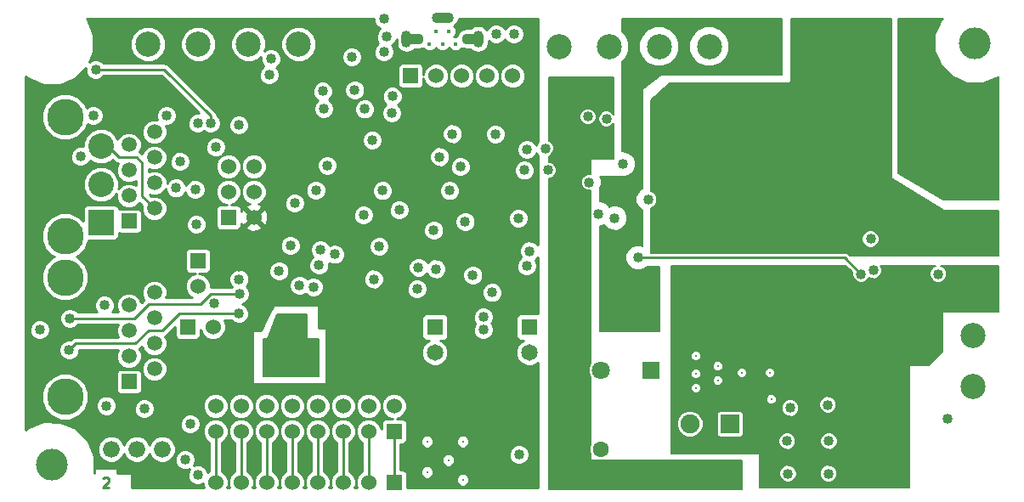
<source format=gbr>
G04 (created by PCBNEW (2013-07-07 BZR 4022)-stable) date 2/4/2017 6:27:51 AM*
%MOIN*%
G04 Gerber Fmt 3.4, Leading zero omitted, Abs format*
%FSLAX34Y34*%
G01*
G70*
G90*
G04 APERTURE LIST*
%ADD10C,0.00590551*%
%ADD11C,0.01*%
%ADD12O,0.0708661X0.0433071*%
%ADD13O,0.0866142X0.0433071*%
%ADD14R,0.06X0.06*%
%ADD15C,0.06*%
%ADD16C,0.1437*%
%ADD17R,0.0591X0.0591*%
%ADD18C,0.0591*%
%ADD19C,0.011811*%
%ADD20C,0.125*%
%ADD21R,0.0629921X0.0629921*%
%ADD22C,0.0629921*%
%ADD23C,0.0984252*%
%ADD24R,0.0708661X0.0708661*%
%ADD25C,0.0708661*%
%ADD26C,0.045*%
%ADD27C,0.066*%
%ADD28R,0.1X0.1*%
%ADD29C,0.1*%
%ADD30C,0.075*%
%ADD31R,0.075X0.075*%
%ADD32O,0.0393701X0.0669291*%
%ADD33C,0.0177165*%
%ADD34R,0.0649606X0.0649606*%
%ADD35C,0.0649606*%
%ADD36C,0.04*%
%ADD37C,0.008*%
G04 APERTURE END LIST*
G54D10*
G54D11*
X35085Y-38350D02*
X35104Y-38330D01*
X35142Y-38311D01*
X35238Y-38311D01*
X35276Y-38330D01*
X35295Y-38350D01*
X35314Y-38388D01*
X35314Y-38426D01*
X35295Y-38483D01*
X35066Y-38711D01*
X35314Y-38711D01*
G54D12*
X47297Y-21100D03*
X49502Y-21100D03*
G54D13*
X48400Y-20253D03*
G54D14*
X47150Y-22550D03*
G54D15*
X48150Y-22550D03*
X49150Y-22550D03*
X50150Y-22550D03*
X51150Y-22550D03*
G54D16*
X33600Y-24162D03*
X33600Y-28835D03*
G54D17*
X36100Y-28250D03*
G54D18*
X37100Y-27750D03*
X36100Y-27250D03*
X37100Y-26750D03*
X36100Y-26250D03*
X37100Y-25750D03*
X36100Y-25250D03*
X37100Y-24750D03*
G54D16*
X33600Y-30462D03*
X33600Y-35135D03*
G54D17*
X36100Y-34550D03*
G54D18*
X37100Y-34050D03*
X36100Y-33550D03*
X37100Y-33050D03*
X36100Y-32550D03*
X37100Y-32050D03*
X36100Y-31550D03*
X37100Y-31050D03*
G54D14*
X40000Y-28100D03*
G54D15*
X41000Y-28100D03*
X40000Y-27100D03*
X41000Y-27100D03*
X40000Y-26100D03*
X41000Y-26100D03*
G54D19*
X41950Y-34150D03*
X43350Y-33500D03*
X43150Y-32900D03*
X41500Y-33500D03*
X41750Y-32900D03*
X42440Y-32870D03*
G54D20*
X69291Y-21259D03*
X33070Y-37795D03*
G54D21*
X54600Y-38192D03*
G54D22*
X54600Y-37207D03*
G54D23*
X69200Y-34721D03*
X69200Y-32752D03*
X69200Y-30784D03*
X69200Y-28815D03*
X69200Y-24878D03*
X69200Y-26847D03*
G54D19*
X42900Y-34150D03*
X59200Y-34500D03*
X61300Y-35250D03*
X58350Y-33550D03*
X60150Y-34200D03*
X58350Y-34250D03*
X59200Y-33950D03*
X58350Y-34800D03*
X61250Y-34200D03*
G54D24*
X56584Y-34100D03*
G54D25*
X54615Y-34100D03*
G54D19*
X47800Y-36900D03*
X49200Y-38400D03*
X49200Y-36900D03*
X47800Y-38100D03*
X48630Y-37630D03*
G54D26*
X56700Y-38200D03*
G54D15*
X39500Y-36500D03*
X40500Y-36500D03*
X41500Y-36500D03*
X42500Y-36500D03*
X43500Y-36500D03*
X44500Y-36500D03*
X45500Y-36500D03*
G54D14*
X46500Y-36500D03*
X46500Y-38500D03*
G54D15*
X45500Y-38500D03*
X44500Y-38500D03*
X43500Y-38500D03*
X42500Y-38500D03*
X41500Y-38500D03*
X40500Y-38500D03*
X39500Y-38500D03*
X39500Y-35500D03*
X40500Y-35500D03*
X41500Y-35500D03*
X42500Y-35500D03*
X43500Y-35500D03*
X44500Y-35500D03*
X45500Y-35500D03*
X46500Y-35500D03*
G54D14*
X38400Y-32400D03*
G54D15*
X39400Y-32400D03*
G54D27*
X37400Y-37200D03*
X36400Y-37200D03*
X35400Y-37200D03*
G54D23*
X42752Y-21300D03*
X40784Y-21300D03*
X36847Y-21300D03*
X38815Y-21300D03*
G54D28*
X35000Y-28300D03*
G54D29*
X35000Y-26800D03*
X35000Y-25300D03*
G54D23*
X60837Y-21400D03*
X58868Y-21400D03*
X56900Y-21400D03*
X52962Y-21400D03*
X54931Y-21400D03*
G54D14*
X38800Y-29800D03*
G54D15*
X38800Y-30800D03*
G54D30*
X58113Y-38184D03*
X59687Y-38184D03*
G54D31*
X59687Y-36216D03*
G54D30*
X58113Y-36216D03*
G54D32*
X46992Y-21100D03*
X49807Y-21100D03*
G54D33*
X48144Y-20792D03*
X48400Y-21296D03*
X48655Y-20792D03*
X48911Y-21296D03*
X47888Y-21296D03*
G54D34*
X51800Y-32400D03*
G54D35*
X51800Y-33400D03*
G54D34*
X48100Y-32400D03*
G54D35*
X48100Y-33400D03*
G54D36*
X50950Y-27100D03*
X44050Y-25100D03*
X40360Y-25160D03*
X51700Y-27650D03*
X45300Y-26590D03*
X47300Y-31800D03*
X51700Y-35500D03*
X51700Y-34900D03*
X35200Y-33900D03*
X48820Y-30360D03*
X44320Y-23120D03*
X39000Y-33400D03*
X32500Y-33100D03*
X40425Y-30025D03*
X49900Y-34400D03*
X43560Y-29980D03*
X50000Y-32000D03*
X58400Y-25600D03*
X58400Y-28400D03*
X60400Y-28400D03*
X60400Y-24800D03*
X62200Y-22800D03*
X63600Y-21200D03*
X63800Y-23400D03*
X64800Y-24600D03*
X64800Y-25600D03*
X63400Y-27200D03*
X64400Y-27200D03*
X65400Y-27200D03*
X66400Y-27200D03*
X44180Y-29550D03*
X50350Y-31050D03*
X64400Y-36600D03*
X65600Y-37800D03*
X65600Y-35600D03*
X64800Y-33600D03*
X63600Y-33600D03*
X62200Y-33600D03*
X60800Y-32400D03*
X59000Y-32400D03*
X59000Y-30600D03*
X60800Y-30600D03*
X62200Y-31400D03*
X63200Y-31400D03*
X64200Y-31400D03*
X65200Y-31400D03*
X66000Y-31400D03*
X66800Y-31400D03*
X67600Y-31400D03*
X43610Y-29370D03*
X43340Y-30830D03*
X42790Y-30770D03*
X45300Y-28000D03*
X65300Y-30180D03*
X51820Y-29420D03*
X45920Y-29240D03*
X54110Y-24150D03*
X46700Y-27800D03*
X41990Y-30210D03*
X55150Y-28130D03*
X67850Y-30320D03*
X56480Y-27400D03*
X64820Y-30320D03*
X56080Y-29680D03*
X38740Y-28380D03*
X38800Y-38200D03*
X42430Y-29210D03*
X38500Y-36200D03*
X39500Y-25340D03*
X38800Y-24400D03*
X39440Y-31468D03*
X48060Y-28610D03*
X42600Y-27540D03*
X54520Y-27960D03*
X51200Y-20900D03*
X50500Y-20900D03*
X48680Y-27050D03*
X67200Y-21200D03*
X67200Y-23200D03*
X69000Y-23400D03*
X68200Y-36000D03*
X63520Y-35460D03*
X63540Y-38160D03*
X63560Y-36880D03*
X54150Y-26730D03*
X65200Y-28950D03*
X43700Y-23150D03*
X40410Y-24480D03*
X37580Y-24100D03*
X43430Y-27030D03*
X34700Y-24100D03*
X38100Y-25900D03*
X38700Y-27000D03*
X51370Y-28130D03*
X46050Y-27050D03*
X51700Y-30000D03*
X50470Y-24830D03*
X52450Y-25400D03*
X51400Y-37400D03*
X54835Y-24235D03*
X46410Y-24000D03*
X46430Y-23350D03*
X52550Y-26250D03*
X35220Y-35490D03*
X36700Y-35600D03*
X48140Y-30120D03*
X49290Y-28270D03*
X51710Y-25440D03*
X48290Y-25720D03*
X34200Y-25700D03*
X35140Y-31550D03*
X62040Y-35580D03*
X61960Y-38160D03*
X61920Y-36880D03*
X43880Y-26060D03*
X44840Y-21800D03*
X46100Y-21600D03*
X46100Y-20300D03*
X46200Y-21000D03*
X50000Y-32500D03*
X32600Y-32500D03*
X47460Y-30060D03*
X47400Y-30900D03*
X45700Y-30520D03*
X40425Y-30525D03*
X49590Y-30365D03*
X55850Y-32250D03*
X55700Y-31280D03*
X33760Y-33300D03*
X40420Y-31880D03*
X33780Y-32060D03*
X40440Y-31100D03*
X39300Y-24400D03*
X34800Y-22300D03*
X37950Y-26950D03*
X41670Y-21880D03*
X45350Y-23850D03*
X45640Y-25070D03*
X49100Y-26110D03*
X44960Y-23100D03*
X41600Y-22500D03*
X51610Y-26250D03*
X48790Y-24820D03*
X55480Y-26010D03*
X53250Y-33700D03*
X53750Y-33700D03*
X38300Y-37600D03*
X43740Y-23840D03*
X53200Y-29450D03*
X53200Y-30000D03*
G54D11*
X35000Y-25280D02*
X35240Y-25280D01*
X36620Y-27270D02*
X37100Y-27750D01*
X36620Y-25960D02*
X36620Y-27270D01*
X36400Y-25740D02*
X36620Y-25960D01*
X35700Y-25740D02*
X36400Y-25740D01*
X35240Y-25280D02*
X35700Y-25740D01*
X46500Y-38500D02*
X46500Y-36500D01*
X45500Y-36500D02*
X45500Y-38500D01*
X44500Y-38500D02*
X44500Y-36500D01*
X43500Y-36500D02*
X43500Y-38500D01*
X42500Y-38500D02*
X42500Y-36500D01*
X41500Y-36500D02*
X41500Y-38500D01*
X40500Y-38500D02*
X40500Y-36500D01*
X39500Y-36500D02*
X39500Y-38500D01*
X56080Y-29680D02*
X64180Y-29680D01*
X64180Y-29680D02*
X64820Y-30320D01*
X40420Y-31880D02*
X38070Y-31880D01*
X34010Y-33050D02*
X33760Y-33300D01*
X36360Y-33050D02*
X34010Y-33050D01*
X36880Y-32530D02*
X36360Y-33050D01*
X37420Y-32530D02*
X36880Y-32530D01*
X38070Y-31880D02*
X37420Y-32530D01*
X38905Y-31495D02*
X36875Y-31495D01*
X36310Y-32060D02*
X33780Y-32060D01*
X36875Y-31495D02*
X36310Y-32060D01*
X40440Y-31100D02*
X39300Y-31100D01*
X39300Y-31100D02*
X38905Y-31495D01*
X38905Y-31495D02*
X38900Y-31500D01*
X34800Y-22300D02*
X37490Y-22300D01*
X37490Y-22300D02*
X39300Y-24110D01*
X39300Y-24110D02*
X39300Y-24400D01*
G54D10*
G36*
X52150Y-38700D02*
X51800Y-38700D01*
X51800Y-37320D01*
X51739Y-37173D01*
X51626Y-37061D01*
X51479Y-37000D01*
X51320Y-36999D01*
X51173Y-37060D01*
X51061Y-37173D01*
X51000Y-37320D01*
X50999Y-37479D01*
X51060Y-37626D01*
X51173Y-37738D01*
X51320Y-37799D01*
X51479Y-37800D01*
X51626Y-37739D01*
X51738Y-37626D01*
X51799Y-37479D01*
X51800Y-37320D01*
X51800Y-38700D01*
X50870Y-38700D01*
X50870Y-24750D01*
X50809Y-24603D01*
X50696Y-24491D01*
X50549Y-24430D01*
X50390Y-24429D01*
X50243Y-24490D01*
X50131Y-24603D01*
X50070Y-24750D01*
X50069Y-24909D01*
X50130Y-25056D01*
X50243Y-25168D01*
X50390Y-25229D01*
X50549Y-25230D01*
X50696Y-25169D01*
X50808Y-25056D01*
X50869Y-24909D01*
X50870Y-24750D01*
X50870Y-38700D01*
X50750Y-38700D01*
X50750Y-30970D01*
X50689Y-30823D01*
X50576Y-30711D01*
X50429Y-30650D01*
X50270Y-30649D01*
X50123Y-30710D01*
X50011Y-30823D01*
X49990Y-30873D01*
X49990Y-30285D01*
X49929Y-30138D01*
X49816Y-30026D01*
X49690Y-29973D01*
X49690Y-28190D01*
X49629Y-28043D01*
X49516Y-27931D01*
X49500Y-27924D01*
X49500Y-26030D01*
X49439Y-25883D01*
X49326Y-25771D01*
X49190Y-25714D01*
X49190Y-24740D01*
X49129Y-24593D01*
X49016Y-24481D01*
X48869Y-24420D01*
X48710Y-24419D01*
X48563Y-24480D01*
X48451Y-24593D01*
X48390Y-24740D01*
X48389Y-24899D01*
X48450Y-25046D01*
X48563Y-25158D01*
X48710Y-25219D01*
X48869Y-25220D01*
X49016Y-25159D01*
X49128Y-25046D01*
X49189Y-24899D01*
X49190Y-24740D01*
X49190Y-25714D01*
X49179Y-25710D01*
X49020Y-25709D01*
X48873Y-25770D01*
X48761Y-25883D01*
X48700Y-26030D01*
X48699Y-26189D01*
X48760Y-26336D01*
X48873Y-26448D01*
X49020Y-26509D01*
X49179Y-26510D01*
X49326Y-26449D01*
X49438Y-26336D01*
X49499Y-26189D01*
X49500Y-26030D01*
X49500Y-27924D01*
X49369Y-27870D01*
X49210Y-27869D01*
X49080Y-27923D01*
X49080Y-26970D01*
X49019Y-26823D01*
X48906Y-26711D01*
X48759Y-26650D01*
X48690Y-26650D01*
X48690Y-25640D01*
X48629Y-25493D01*
X48516Y-25381D01*
X48369Y-25320D01*
X48210Y-25319D01*
X48063Y-25380D01*
X47951Y-25493D01*
X47890Y-25640D01*
X47889Y-25799D01*
X47950Y-25946D01*
X48063Y-26058D01*
X48210Y-26119D01*
X48369Y-26120D01*
X48516Y-26059D01*
X48628Y-25946D01*
X48689Y-25799D01*
X48690Y-25640D01*
X48690Y-26650D01*
X48600Y-26649D01*
X48453Y-26710D01*
X48341Y-26823D01*
X48280Y-26970D01*
X48279Y-27129D01*
X48340Y-27276D01*
X48453Y-27388D01*
X48600Y-27449D01*
X48759Y-27450D01*
X48906Y-27389D01*
X49018Y-27276D01*
X49079Y-27129D01*
X49080Y-26970D01*
X49080Y-27923D01*
X49063Y-27930D01*
X48951Y-28043D01*
X48890Y-28190D01*
X48889Y-28349D01*
X48950Y-28496D01*
X49063Y-28608D01*
X49210Y-28669D01*
X49369Y-28670D01*
X49516Y-28609D01*
X49628Y-28496D01*
X49689Y-28349D01*
X49690Y-28190D01*
X49690Y-29973D01*
X49669Y-29965D01*
X49510Y-29964D01*
X49363Y-30025D01*
X49251Y-30138D01*
X49190Y-30285D01*
X49189Y-30444D01*
X49250Y-30591D01*
X49363Y-30703D01*
X49510Y-30764D01*
X49669Y-30765D01*
X49816Y-30704D01*
X49928Y-30591D01*
X49989Y-30444D01*
X49990Y-30285D01*
X49990Y-30873D01*
X49950Y-30970D01*
X49949Y-31129D01*
X50010Y-31276D01*
X50123Y-31388D01*
X50270Y-31449D01*
X50429Y-31450D01*
X50576Y-31389D01*
X50688Y-31276D01*
X50749Y-31129D01*
X50750Y-30970D01*
X50750Y-38700D01*
X50400Y-38700D01*
X50400Y-32420D01*
X50339Y-32273D01*
X50315Y-32250D01*
X50338Y-32226D01*
X50399Y-32079D01*
X50400Y-31920D01*
X50339Y-31773D01*
X50226Y-31661D01*
X50079Y-31600D01*
X49920Y-31599D01*
X49773Y-31660D01*
X49661Y-31773D01*
X49600Y-31920D01*
X49599Y-32079D01*
X49660Y-32226D01*
X49684Y-32249D01*
X49661Y-32273D01*
X49600Y-32420D01*
X49599Y-32579D01*
X49660Y-32726D01*
X49773Y-32838D01*
X49920Y-32899D01*
X50079Y-32900D01*
X50226Y-32839D01*
X50338Y-32726D01*
X50399Y-32579D01*
X50400Y-32420D01*
X50400Y-38700D01*
X49459Y-38700D01*
X49459Y-38348D01*
X49459Y-36848D01*
X49419Y-36753D01*
X49346Y-36680D01*
X49251Y-36640D01*
X49148Y-36640D01*
X49053Y-36680D01*
X48980Y-36753D01*
X48940Y-36848D01*
X48940Y-36951D01*
X48980Y-37046D01*
X49053Y-37119D01*
X49148Y-37159D01*
X49251Y-37159D01*
X49346Y-37119D01*
X49419Y-37046D01*
X49459Y-36951D01*
X49459Y-36848D01*
X49459Y-38348D01*
X49419Y-38253D01*
X49346Y-38180D01*
X49251Y-38140D01*
X49148Y-38140D01*
X49053Y-38180D01*
X48980Y-38253D01*
X48940Y-38348D01*
X48940Y-38451D01*
X48980Y-38546D01*
X49053Y-38619D01*
X49148Y-38659D01*
X49251Y-38659D01*
X49346Y-38619D01*
X49419Y-38546D01*
X49459Y-38451D01*
X49459Y-38348D01*
X49459Y-38700D01*
X48889Y-38700D01*
X48889Y-37578D01*
X48849Y-37483D01*
X48776Y-37410D01*
X48681Y-37370D01*
X48624Y-37370D01*
X48624Y-33296D01*
X48545Y-33103D01*
X48397Y-32955D01*
X48324Y-32924D01*
X48464Y-32924D01*
X48537Y-32894D01*
X48594Y-32838D01*
X48624Y-32764D01*
X48624Y-32685D01*
X48624Y-32035D01*
X48594Y-31962D01*
X48540Y-31907D01*
X48540Y-30040D01*
X48479Y-29893D01*
X48460Y-29874D01*
X48460Y-28530D01*
X48399Y-28383D01*
X48286Y-28271D01*
X48139Y-28210D01*
X47980Y-28209D01*
X47833Y-28270D01*
X47721Y-28383D01*
X47660Y-28530D01*
X47659Y-28689D01*
X47720Y-28836D01*
X47833Y-28948D01*
X47980Y-29009D01*
X48139Y-29010D01*
X48286Y-28949D01*
X48398Y-28836D01*
X48459Y-28689D01*
X48460Y-28530D01*
X48460Y-29874D01*
X48366Y-29781D01*
X48219Y-29720D01*
X48060Y-29719D01*
X47913Y-29780D01*
X47817Y-29877D01*
X47799Y-29833D01*
X47686Y-29721D01*
X47539Y-29660D01*
X47380Y-29659D01*
X47233Y-29720D01*
X47121Y-29833D01*
X47100Y-29883D01*
X47100Y-27720D01*
X47039Y-27573D01*
X46926Y-27461D01*
X46830Y-27420D01*
X46830Y-23270D01*
X46769Y-23123D01*
X46656Y-23011D01*
X46509Y-22950D01*
X46350Y-22949D01*
X46203Y-23010D01*
X46091Y-23123D01*
X46030Y-23270D01*
X46029Y-23429D01*
X46090Y-23576D01*
X46179Y-23665D01*
X46071Y-23773D01*
X46010Y-23920D01*
X46009Y-24079D01*
X46070Y-24226D01*
X46183Y-24338D01*
X46330Y-24399D01*
X46489Y-24400D01*
X46636Y-24339D01*
X46748Y-24226D01*
X46809Y-24079D01*
X46810Y-23920D01*
X46749Y-23773D01*
X46660Y-23684D01*
X46768Y-23576D01*
X46829Y-23429D01*
X46830Y-23270D01*
X46830Y-27420D01*
X46779Y-27400D01*
X46620Y-27399D01*
X46473Y-27460D01*
X46450Y-27484D01*
X46450Y-26970D01*
X46389Y-26823D01*
X46276Y-26711D01*
X46129Y-26650D01*
X46040Y-26649D01*
X46040Y-24990D01*
X45979Y-24843D01*
X45866Y-24731D01*
X45750Y-24682D01*
X45750Y-23770D01*
X45689Y-23623D01*
X45576Y-23511D01*
X45429Y-23450D01*
X45360Y-23450D01*
X45360Y-23020D01*
X45299Y-22873D01*
X45240Y-22814D01*
X45240Y-21720D01*
X45179Y-21573D01*
X45066Y-21461D01*
X44919Y-21400D01*
X44760Y-21399D01*
X44613Y-21460D01*
X44501Y-21573D01*
X44440Y-21720D01*
X44439Y-21879D01*
X44500Y-22026D01*
X44613Y-22138D01*
X44760Y-22199D01*
X44919Y-22200D01*
X45066Y-22139D01*
X45178Y-22026D01*
X45239Y-21879D01*
X45240Y-21720D01*
X45240Y-22814D01*
X45186Y-22761D01*
X45039Y-22700D01*
X44880Y-22699D01*
X44733Y-22760D01*
X44621Y-22873D01*
X44560Y-23020D01*
X44559Y-23179D01*
X44620Y-23326D01*
X44733Y-23438D01*
X44880Y-23499D01*
X45039Y-23500D01*
X45186Y-23439D01*
X45298Y-23326D01*
X45359Y-23179D01*
X45360Y-23020D01*
X45360Y-23450D01*
X45270Y-23449D01*
X45123Y-23510D01*
X45011Y-23623D01*
X44950Y-23770D01*
X44949Y-23929D01*
X45010Y-24076D01*
X45123Y-24188D01*
X45270Y-24249D01*
X45429Y-24250D01*
X45576Y-24189D01*
X45688Y-24076D01*
X45749Y-23929D01*
X45750Y-23770D01*
X45750Y-24682D01*
X45719Y-24670D01*
X45560Y-24669D01*
X45413Y-24730D01*
X45301Y-24843D01*
X45240Y-24990D01*
X45239Y-25149D01*
X45300Y-25296D01*
X45413Y-25408D01*
X45560Y-25469D01*
X45719Y-25470D01*
X45866Y-25409D01*
X45978Y-25296D01*
X46039Y-25149D01*
X46040Y-24990D01*
X46040Y-26649D01*
X45970Y-26649D01*
X45823Y-26710D01*
X45711Y-26823D01*
X45650Y-26970D01*
X45649Y-27129D01*
X45710Y-27276D01*
X45823Y-27388D01*
X45970Y-27449D01*
X46129Y-27450D01*
X46276Y-27389D01*
X46388Y-27276D01*
X46449Y-27129D01*
X46450Y-26970D01*
X46450Y-27484D01*
X46361Y-27573D01*
X46300Y-27720D01*
X46299Y-27879D01*
X46360Y-28026D01*
X46473Y-28138D01*
X46620Y-28199D01*
X46779Y-28200D01*
X46926Y-28139D01*
X47038Y-28026D01*
X47099Y-27879D01*
X47100Y-27720D01*
X47100Y-29883D01*
X47060Y-29980D01*
X47059Y-30139D01*
X47120Y-30286D01*
X47233Y-30398D01*
X47380Y-30459D01*
X47539Y-30460D01*
X47686Y-30399D01*
X47782Y-30302D01*
X47800Y-30346D01*
X47913Y-30458D01*
X48060Y-30519D01*
X48219Y-30520D01*
X48366Y-30459D01*
X48478Y-30346D01*
X48539Y-30199D01*
X48540Y-30040D01*
X48540Y-31907D01*
X48538Y-31905D01*
X48464Y-31875D01*
X48385Y-31875D01*
X47800Y-31875D01*
X47800Y-30820D01*
X47739Y-30673D01*
X47626Y-30561D01*
X47479Y-30500D01*
X47320Y-30499D01*
X47173Y-30560D01*
X47061Y-30673D01*
X47000Y-30820D01*
X46999Y-30979D01*
X47060Y-31126D01*
X47173Y-31238D01*
X47320Y-31299D01*
X47479Y-31300D01*
X47626Y-31239D01*
X47738Y-31126D01*
X47799Y-30979D01*
X47800Y-30820D01*
X47800Y-31875D01*
X47735Y-31875D01*
X47662Y-31905D01*
X47605Y-31961D01*
X47575Y-32035D01*
X47575Y-32114D01*
X47575Y-32764D01*
X47605Y-32837D01*
X47661Y-32894D01*
X47735Y-32924D01*
X47814Y-32924D01*
X47875Y-32924D01*
X47803Y-32954D01*
X47655Y-33102D01*
X47575Y-33295D01*
X47575Y-33503D01*
X47654Y-33696D01*
X47802Y-33844D01*
X47995Y-33924D01*
X48203Y-33924D01*
X48396Y-33845D01*
X48544Y-33697D01*
X48624Y-33504D01*
X48624Y-33296D01*
X48624Y-37370D01*
X48578Y-37370D01*
X48483Y-37410D01*
X48410Y-37483D01*
X48370Y-37578D01*
X48370Y-37681D01*
X48410Y-37776D01*
X48483Y-37849D01*
X48578Y-37889D01*
X48681Y-37889D01*
X48776Y-37849D01*
X48849Y-37776D01*
X48889Y-37681D01*
X48889Y-37578D01*
X48889Y-38700D01*
X48059Y-38700D01*
X48059Y-38048D01*
X48059Y-36848D01*
X48019Y-36753D01*
X47946Y-36680D01*
X47851Y-36640D01*
X47748Y-36640D01*
X47653Y-36680D01*
X47580Y-36753D01*
X47540Y-36848D01*
X47540Y-36951D01*
X47580Y-37046D01*
X47653Y-37119D01*
X47748Y-37159D01*
X47851Y-37159D01*
X47946Y-37119D01*
X48019Y-37046D01*
X48059Y-36951D01*
X48059Y-36848D01*
X48059Y-38048D01*
X48019Y-37953D01*
X47946Y-37880D01*
X47851Y-37840D01*
X47748Y-37840D01*
X47653Y-37880D01*
X47580Y-37953D01*
X47540Y-38048D01*
X47540Y-38151D01*
X47580Y-38246D01*
X47653Y-38319D01*
X47748Y-38359D01*
X47851Y-38359D01*
X47946Y-38319D01*
X48019Y-38246D01*
X48059Y-38151D01*
X48059Y-38048D01*
X48059Y-38700D01*
X47000Y-38700D01*
X47000Y-38160D01*
X46969Y-38086D01*
X46913Y-38030D01*
X46839Y-38000D01*
X46760Y-37999D01*
X46750Y-37999D01*
X46750Y-37000D01*
X46839Y-37000D01*
X46913Y-36969D01*
X46969Y-36913D01*
X46999Y-36839D01*
X47000Y-36760D01*
X47000Y-36160D01*
X46969Y-36086D01*
X46913Y-36030D01*
X46839Y-36000D01*
X46760Y-35999D01*
X46599Y-35999D01*
X46782Y-35924D01*
X46923Y-35783D01*
X46999Y-35599D01*
X47000Y-35400D01*
X46924Y-35217D01*
X46783Y-35076D01*
X46599Y-35000D01*
X46400Y-34999D01*
X46320Y-35033D01*
X46320Y-29160D01*
X46259Y-29013D01*
X46146Y-28901D01*
X45999Y-28840D01*
X45840Y-28839D01*
X45700Y-28898D01*
X45700Y-27920D01*
X45639Y-27773D01*
X45526Y-27661D01*
X45379Y-27600D01*
X45220Y-27599D01*
X45073Y-27660D01*
X44961Y-27773D01*
X44900Y-27920D01*
X44899Y-28079D01*
X44960Y-28226D01*
X45073Y-28338D01*
X45220Y-28399D01*
X45379Y-28400D01*
X45526Y-28339D01*
X45638Y-28226D01*
X45699Y-28079D01*
X45700Y-27920D01*
X45700Y-28898D01*
X45693Y-28900D01*
X45581Y-29013D01*
X45520Y-29160D01*
X45519Y-29319D01*
X45580Y-29466D01*
X45693Y-29578D01*
X45840Y-29639D01*
X45999Y-29640D01*
X46146Y-29579D01*
X46258Y-29466D01*
X46319Y-29319D01*
X46320Y-29160D01*
X46320Y-35033D01*
X46217Y-35075D01*
X46100Y-35192D01*
X46100Y-30440D01*
X46039Y-30293D01*
X45926Y-30181D01*
X45779Y-30120D01*
X45620Y-30119D01*
X45473Y-30180D01*
X45361Y-30293D01*
X45300Y-30440D01*
X45299Y-30599D01*
X45360Y-30746D01*
X45473Y-30858D01*
X45620Y-30919D01*
X45779Y-30920D01*
X45926Y-30859D01*
X46038Y-30746D01*
X46099Y-30599D01*
X46100Y-30440D01*
X46100Y-35192D01*
X46076Y-35216D01*
X46000Y-35400D01*
X46000Y-35401D01*
X46000Y-35400D01*
X45924Y-35217D01*
X45783Y-35076D01*
X45599Y-35000D01*
X45400Y-34999D01*
X45217Y-35075D01*
X45076Y-35216D01*
X45000Y-35400D01*
X45000Y-35401D01*
X45000Y-35400D01*
X44924Y-35217D01*
X44783Y-35076D01*
X44599Y-35000D01*
X44580Y-35000D01*
X44580Y-29470D01*
X44519Y-29323D01*
X44406Y-29211D01*
X44280Y-29158D01*
X44280Y-25980D01*
X44219Y-25833D01*
X44140Y-25754D01*
X44140Y-23760D01*
X44079Y-23613D01*
X43966Y-23501D01*
X43929Y-23485D01*
X44038Y-23376D01*
X44099Y-23229D01*
X44100Y-23070D01*
X44039Y-22923D01*
X43926Y-22811D01*
X43779Y-22750D01*
X43620Y-22749D01*
X43473Y-22810D01*
X43445Y-22839D01*
X43445Y-21162D01*
X43339Y-20908D01*
X43145Y-20713D01*
X42891Y-20607D01*
X42615Y-20607D01*
X42361Y-20712D01*
X42166Y-20907D01*
X42060Y-21161D01*
X42060Y-21437D01*
X42165Y-21691D01*
X42360Y-21886D01*
X42614Y-21992D01*
X42889Y-21992D01*
X43144Y-21887D01*
X43339Y-21692D01*
X43444Y-21438D01*
X43445Y-21162D01*
X43445Y-22839D01*
X43361Y-22923D01*
X43300Y-23070D01*
X43299Y-23229D01*
X43360Y-23376D01*
X43473Y-23488D01*
X43510Y-23504D01*
X43401Y-23613D01*
X43340Y-23760D01*
X43339Y-23919D01*
X43400Y-24066D01*
X43513Y-24178D01*
X43660Y-24239D01*
X43819Y-24240D01*
X43966Y-24179D01*
X44078Y-24066D01*
X44139Y-23919D01*
X44140Y-23760D01*
X44140Y-25754D01*
X44106Y-25721D01*
X43959Y-25660D01*
X43800Y-25659D01*
X43653Y-25720D01*
X43541Y-25833D01*
X43480Y-25980D01*
X43479Y-26139D01*
X43540Y-26286D01*
X43653Y-26398D01*
X43800Y-26459D01*
X43959Y-26460D01*
X44106Y-26399D01*
X44218Y-26286D01*
X44279Y-26139D01*
X44280Y-25980D01*
X44280Y-29158D01*
X44259Y-29150D01*
X44100Y-29149D01*
X43973Y-29202D01*
X43949Y-29143D01*
X43836Y-29031D01*
X43830Y-29028D01*
X43830Y-26950D01*
X43769Y-26803D01*
X43656Y-26691D01*
X43509Y-26630D01*
X43350Y-26629D01*
X43203Y-26690D01*
X43091Y-26803D01*
X43030Y-26950D01*
X43029Y-27109D01*
X43090Y-27256D01*
X43203Y-27368D01*
X43350Y-27429D01*
X43509Y-27430D01*
X43656Y-27369D01*
X43768Y-27256D01*
X43829Y-27109D01*
X43830Y-26950D01*
X43830Y-29028D01*
X43689Y-28970D01*
X43530Y-28969D01*
X43383Y-29030D01*
X43271Y-29143D01*
X43210Y-29290D01*
X43209Y-29449D01*
X43270Y-29596D01*
X43324Y-29650D01*
X43221Y-29753D01*
X43160Y-29900D01*
X43159Y-30059D01*
X43220Y-30206D01*
X43333Y-30318D01*
X43480Y-30379D01*
X43639Y-30380D01*
X43786Y-30319D01*
X43898Y-30206D01*
X43959Y-30059D01*
X43960Y-29900D01*
X43955Y-29889D01*
X44100Y-29949D01*
X44259Y-29950D01*
X44406Y-29889D01*
X44518Y-29776D01*
X44579Y-29629D01*
X44580Y-29470D01*
X44580Y-35000D01*
X44400Y-34999D01*
X44217Y-35075D01*
X44076Y-35216D01*
X44000Y-35400D01*
X44000Y-35401D01*
X44000Y-35400D01*
X43924Y-35217D01*
X43850Y-35142D01*
X43850Y-34650D01*
X43850Y-32450D01*
X43740Y-32450D01*
X43740Y-30750D01*
X43679Y-30603D01*
X43566Y-30491D01*
X43419Y-30430D01*
X43260Y-30429D01*
X43113Y-30490D01*
X43095Y-30509D01*
X43016Y-30431D01*
X43000Y-30424D01*
X43000Y-27460D01*
X42939Y-27313D01*
X42826Y-27201D01*
X42679Y-27140D01*
X42520Y-27139D01*
X42373Y-27200D01*
X42261Y-27313D01*
X42200Y-27460D01*
X42199Y-27619D01*
X42260Y-27766D01*
X42373Y-27878D01*
X42520Y-27939D01*
X42679Y-27940D01*
X42826Y-27879D01*
X42938Y-27766D01*
X42999Y-27619D01*
X43000Y-27460D01*
X43000Y-30424D01*
X42869Y-30370D01*
X42830Y-30370D01*
X42830Y-29130D01*
X42769Y-28983D01*
X42656Y-28871D01*
X42509Y-28810D01*
X42350Y-28809D01*
X42203Y-28870D01*
X42091Y-28983D01*
X42070Y-29033D01*
X42070Y-21800D01*
X42009Y-21653D01*
X41896Y-21541D01*
X41749Y-21480D01*
X41590Y-21479D01*
X41443Y-21540D01*
X41426Y-21557D01*
X41476Y-21438D01*
X41476Y-21162D01*
X41371Y-20908D01*
X41176Y-20713D01*
X40922Y-20607D01*
X40647Y-20607D01*
X40392Y-20712D01*
X40197Y-20907D01*
X40092Y-21161D01*
X40092Y-21437D01*
X40197Y-21691D01*
X40391Y-21886D01*
X40645Y-21992D01*
X40921Y-21992D01*
X41175Y-21887D01*
X41275Y-21787D01*
X41270Y-21800D01*
X41269Y-21959D01*
X41330Y-22106D01*
X41381Y-22157D01*
X41373Y-22160D01*
X41261Y-22273D01*
X41200Y-22420D01*
X41199Y-22579D01*
X41260Y-22726D01*
X41373Y-22838D01*
X41520Y-22899D01*
X41679Y-22900D01*
X41826Y-22839D01*
X41938Y-22726D01*
X41999Y-22579D01*
X42000Y-22420D01*
X41939Y-22273D01*
X41888Y-22222D01*
X41896Y-22219D01*
X42008Y-22106D01*
X42069Y-21959D01*
X42070Y-21800D01*
X42070Y-29033D01*
X42030Y-29130D01*
X42029Y-29289D01*
X42090Y-29436D01*
X42203Y-29548D01*
X42350Y-29609D01*
X42509Y-29610D01*
X42656Y-29549D01*
X42768Y-29436D01*
X42829Y-29289D01*
X42830Y-29130D01*
X42830Y-30370D01*
X42710Y-30369D01*
X42563Y-30430D01*
X42451Y-30543D01*
X42390Y-30690D01*
X42390Y-30130D01*
X42329Y-29983D01*
X42216Y-29871D01*
X42069Y-29810D01*
X41910Y-29809D01*
X41763Y-29870D01*
X41651Y-29983D01*
X41590Y-30130D01*
X41589Y-30289D01*
X41650Y-30436D01*
X41763Y-30548D01*
X41910Y-30609D01*
X42069Y-30610D01*
X42216Y-30549D01*
X42328Y-30436D01*
X42389Y-30289D01*
X42390Y-30130D01*
X42390Y-30690D01*
X42389Y-30849D01*
X42450Y-30996D01*
X42563Y-31108D01*
X42710Y-31169D01*
X42869Y-31170D01*
X43016Y-31109D01*
X43034Y-31090D01*
X43113Y-31168D01*
X43260Y-31229D01*
X43419Y-31230D01*
X43566Y-31169D01*
X43678Y-31056D01*
X43739Y-30909D01*
X43740Y-30750D01*
X43740Y-32450D01*
X43550Y-32450D01*
X43550Y-31550D01*
X41769Y-31550D01*
X41554Y-31978D01*
X41554Y-28181D01*
X41543Y-27963D01*
X41500Y-27857D01*
X41500Y-27000D01*
X41500Y-26000D01*
X41424Y-25817D01*
X41283Y-25676D01*
X41099Y-25600D01*
X40900Y-25599D01*
X40810Y-25637D01*
X40810Y-24400D01*
X40749Y-24253D01*
X40636Y-24141D01*
X40489Y-24080D01*
X40330Y-24079D01*
X40183Y-24140D01*
X40071Y-24253D01*
X40010Y-24400D01*
X40009Y-24559D01*
X40070Y-24706D01*
X40183Y-24818D01*
X40330Y-24879D01*
X40489Y-24880D01*
X40636Y-24819D01*
X40748Y-24706D01*
X40809Y-24559D01*
X40810Y-24400D01*
X40810Y-25637D01*
X40717Y-25675D01*
X40576Y-25816D01*
X40500Y-26000D01*
X40500Y-26001D01*
X40500Y-26000D01*
X40424Y-25817D01*
X40283Y-25676D01*
X40099Y-25600D01*
X39900Y-25599D01*
X39738Y-25667D01*
X39838Y-25566D01*
X39899Y-25419D01*
X39900Y-25260D01*
X39839Y-25113D01*
X39726Y-25001D01*
X39579Y-24940D01*
X39420Y-24939D01*
X39273Y-25000D01*
X39161Y-25113D01*
X39100Y-25260D01*
X39099Y-25419D01*
X39160Y-25566D01*
X39273Y-25678D01*
X39420Y-25739D01*
X39579Y-25740D01*
X39704Y-25688D01*
X39576Y-25816D01*
X39500Y-26000D01*
X39499Y-26199D01*
X39575Y-26382D01*
X39716Y-26523D01*
X39900Y-26599D01*
X40099Y-26600D01*
X40282Y-26524D01*
X40423Y-26383D01*
X40499Y-26199D01*
X40500Y-26000D01*
X40500Y-26001D01*
X40499Y-26199D01*
X40575Y-26382D01*
X40716Y-26523D01*
X40900Y-26599D01*
X41099Y-26600D01*
X41282Y-26524D01*
X41423Y-26383D01*
X41499Y-26199D01*
X41500Y-26000D01*
X41500Y-27000D01*
X41424Y-26817D01*
X41283Y-26676D01*
X41099Y-26600D01*
X40900Y-26599D01*
X40717Y-26675D01*
X40576Y-26816D01*
X40500Y-27000D01*
X40499Y-27199D01*
X40575Y-27382D01*
X40716Y-27523D01*
X40828Y-27570D01*
X40712Y-27618D01*
X40684Y-27714D01*
X41000Y-28029D01*
X41315Y-27714D01*
X41287Y-27618D01*
X41162Y-27573D01*
X41282Y-27524D01*
X41423Y-27383D01*
X41499Y-27199D01*
X41500Y-27000D01*
X41500Y-27857D01*
X41481Y-27812D01*
X41385Y-27784D01*
X41070Y-28100D01*
X41385Y-28415D01*
X41481Y-28387D01*
X41554Y-28181D01*
X41554Y-31978D01*
X41315Y-32457D01*
X41315Y-28485D01*
X41000Y-28170D01*
X40929Y-28241D01*
X40929Y-28100D01*
X40614Y-27784D01*
X40518Y-27812D01*
X40500Y-27864D01*
X40500Y-27760D01*
X40469Y-27686D01*
X40413Y-27630D01*
X40339Y-27600D01*
X40260Y-27599D01*
X40099Y-27599D01*
X40282Y-27524D01*
X40423Y-27383D01*
X40499Y-27199D01*
X40500Y-27000D01*
X40424Y-26817D01*
X40283Y-26676D01*
X40099Y-26600D01*
X39900Y-26599D01*
X39717Y-26675D01*
X39576Y-26816D01*
X39500Y-27000D01*
X39499Y-27199D01*
X39575Y-27382D01*
X39716Y-27523D01*
X39900Y-27599D01*
X39960Y-27599D01*
X39660Y-27599D01*
X39586Y-27630D01*
X39530Y-27686D01*
X39500Y-27760D01*
X39499Y-27839D01*
X39499Y-28439D01*
X39530Y-28513D01*
X39586Y-28569D01*
X39660Y-28599D01*
X39739Y-28600D01*
X40339Y-28600D01*
X40413Y-28569D01*
X40469Y-28513D01*
X40499Y-28439D01*
X40500Y-28360D01*
X40500Y-28342D01*
X40518Y-28387D01*
X40614Y-28415D01*
X40929Y-28100D01*
X40929Y-28241D01*
X40684Y-28485D01*
X40712Y-28581D01*
X40918Y-28654D01*
X41136Y-28643D01*
X41287Y-28581D01*
X41315Y-28485D01*
X41315Y-32457D01*
X41269Y-32550D01*
X40950Y-32550D01*
X40950Y-34650D01*
X43850Y-34650D01*
X43850Y-35142D01*
X43783Y-35076D01*
X43599Y-35000D01*
X43400Y-34999D01*
X43217Y-35075D01*
X43076Y-35216D01*
X43000Y-35400D01*
X43000Y-35401D01*
X43000Y-35400D01*
X42924Y-35217D01*
X42783Y-35076D01*
X42599Y-35000D01*
X42400Y-34999D01*
X42217Y-35075D01*
X42076Y-35216D01*
X42000Y-35400D01*
X42000Y-35401D01*
X42000Y-35400D01*
X41924Y-35217D01*
X41783Y-35076D01*
X41599Y-35000D01*
X41400Y-34999D01*
X41217Y-35075D01*
X41076Y-35216D01*
X41000Y-35400D01*
X41000Y-35401D01*
X41000Y-35400D01*
X40924Y-35217D01*
X40840Y-35132D01*
X40840Y-31020D01*
X40779Y-30873D01*
X40710Y-30804D01*
X40763Y-30751D01*
X40824Y-30604D01*
X40825Y-30445D01*
X40764Y-30298D01*
X40651Y-30186D01*
X40504Y-30125D01*
X40345Y-30124D01*
X40198Y-30185D01*
X40086Y-30298D01*
X40025Y-30445D01*
X40024Y-30604D01*
X40085Y-30751D01*
X40154Y-30820D01*
X40124Y-30850D01*
X39300Y-30850D01*
X39299Y-30850D01*
X39300Y-30700D01*
X39224Y-30517D01*
X39083Y-30376D01*
X38899Y-30300D01*
X38839Y-30300D01*
X39139Y-30300D01*
X39213Y-30269D01*
X39269Y-30213D01*
X39299Y-30139D01*
X39300Y-30060D01*
X39300Y-29460D01*
X39269Y-29386D01*
X39213Y-29330D01*
X39140Y-29300D01*
X39140Y-28300D01*
X39100Y-28203D01*
X39100Y-26920D01*
X39039Y-26773D01*
X38926Y-26661D01*
X38779Y-26600D01*
X38620Y-26599D01*
X38500Y-26649D01*
X38500Y-25820D01*
X38439Y-25673D01*
X38326Y-25561D01*
X38179Y-25500D01*
X38020Y-25499D01*
X37980Y-25516D01*
X37980Y-24020D01*
X37919Y-23873D01*
X37806Y-23761D01*
X37659Y-23700D01*
X37500Y-23699D01*
X37353Y-23760D01*
X37241Y-23873D01*
X37180Y-24020D01*
X37179Y-24179D01*
X37213Y-24260D01*
X37198Y-24254D01*
X37001Y-24254D01*
X36819Y-24329D01*
X36680Y-24468D01*
X36604Y-24651D01*
X36604Y-24848D01*
X36679Y-25030D01*
X36818Y-25169D01*
X37001Y-25245D01*
X37198Y-25245D01*
X37380Y-25170D01*
X37519Y-25031D01*
X37595Y-24848D01*
X37595Y-24651D01*
X37532Y-24499D01*
X37659Y-24500D01*
X37806Y-24439D01*
X37918Y-24326D01*
X37979Y-24179D01*
X37980Y-24020D01*
X37980Y-25516D01*
X37873Y-25560D01*
X37761Y-25673D01*
X37700Y-25820D01*
X37699Y-25979D01*
X37760Y-26126D01*
X37873Y-26238D01*
X38020Y-26299D01*
X38179Y-26300D01*
X38326Y-26239D01*
X38438Y-26126D01*
X38499Y-25979D01*
X38500Y-25820D01*
X38500Y-26649D01*
X38473Y-26660D01*
X38361Y-26773D01*
X38335Y-26835D01*
X38289Y-26723D01*
X38176Y-26611D01*
X38029Y-26550D01*
X37870Y-26549D01*
X37723Y-26610D01*
X37611Y-26723D01*
X37595Y-26760D01*
X37595Y-26651D01*
X37520Y-26469D01*
X37381Y-26330D01*
X37198Y-26254D01*
X37001Y-26254D01*
X36870Y-26308D01*
X36870Y-26191D01*
X37001Y-26245D01*
X37198Y-26245D01*
X37380Y-26170D01*
X37519Y-26031D01*
X37595Y-25848D01*
X37595Y-25651D01*
X37520Y-25469D01*
X37381Y-25330D01*
X37198Y-25254D01*
X37001Y-25254D01*
X36819Y-25329D01*
X36680Y-25468D01*
X36622Y-25608D01*
X36576Y-25563D01*
X36521Y-25526D01*
X36595Y-25348D01*
X36595Y-25151D01*
X36520Y-24969D01*
X36381Y-24830D01*
X36198Y-24754D01*
X36001Y-24754D01*
X35819Y-24829D01*
X35680Y-24968D01*
X35650Y-25040D01*
X35593Y-24904D01*
X35397Y-24706D01*
X35139Y-24600D01*
X35100Y-24600D01*
X35100Y-24020D01*
X35039Y-23873D01*
X34926Y-23761D01*
X34779Y-23700D01*
X34620Y-23699D01*
X34473Y-23760D01*
X34441Y-23793D01*
X34379Y-23642D01*
X34120Y-23383D01*
X33783Y-23243D01*
X33418Y-23243D01*
X33080Y-23382D01*
X32821Y-23641D01*
X32681Y-23978D01*
X32681Y-24343D01*
X32820Y-24681D01*
X33079Y-24940D01*
X33416Y-25080D01*
X33781Y-25080D01*
X34119Y-24941D01*
X34378Y-24682D01*
X34478Y-24441D01*
X34620Y-24499D01*
X34779Y-24500D01*
X34926Y-24439D01*
X35038Y-24326D01*
X35099Y-24179D01*
X35100Y-24020D01*
X35100Y-24600D01*
X34861Y-24599D01*
X34604Y-24706D01*
X34406Y-24902D01*
X34300Y-25160D01*
X34299Y-25308D01*
X34279Y-25300D01*
X34120Y-25299D01*
X33973Y-25360D01*
X33861Y-25473D01*
X33800Y-25620D01*
X33799Y-25779D01*
X33860Y-25926D01*
X33973Y-26038D01*
X34120Y-26099D01*
X34279Y-26100D01*
X34426Y-26039D01*
X34538Y-25926D01*
X34567Y-25857D01*
X34602Y-25893D01*
X34860Y-25999D01*
X35138Y-26000D01*
X35396Y-25893D01*
X35448Y-25841D01*
X35523Y-25916D01*
X35604Y-25970D01*
X35673Y-25984D01*
X35604Y-26151D01*
X35604Y-26348D01*
X35679Y-26530D01*
X35818Y-26669D01*
X36001Y-26745D01*
X36198Y-26745D01*
X36370Y-26674D01*
X36370Y-26825D01*
X36198Y-26754D01*
X36001Y-26754D01*
X35819Y-26829D01*
X35693Y-26955D01*
X35699Y-26939D01*
X35700Y-26661D01*
X35593Y-26404D01*
X35397Y-26206D01*
X35139Y-26100D01*
X34861Y-26099D01*
X34604Y-26206D01*
X34406Y-26402D01*
X34300Y-26660D01*
X34299Y-26938D01*
X34406Y-27196D01*
X34602Y-27393D01*
X34860Y-27499D01*
X35138Y-27500D01*
X35396Y-27393D01*
X35593Y-27197D01*
X35604Y-27169D01*
X35604Y-27348D01*
X35679Y-27530D01*
X35818Y-27669D01*
X36001Y-27745D01*
X36198Y-27745D01*
X36380Y-27670D01*
X36519Y-27531D01*
X36522Y-27525D01*
X36617Y-27620D01*
X36604Y-27651D01*
X36604Y-27848D01*
X36679Y-28030D01*
X36818Y-28169D01*
X37001Y-28245D01*
X37198Y-28245D01*
X37380Y-28170D01*
X37519Y-28031D01*
X37595Y-27848D01*
X37595Y-27651D01*
X37520Y-27469D01*
X37381Y-27330D01*
X37198Y-27254D01*
X37001Y-27254D01*
X36970Y-27267D01*
X36912Y-27208D01*
X37001Y-27245D01*
X37198Y-27245D01*
X37380Y-27170D01*
X37519Y-27031D01*
X37549Y-26958D01*
X37549Y-27029D01*
X37610Y-27176D01*
X37723Y-27288D01*
X37870Y-27349D01*
X38029Y-27350D01*
X38176Y-27289D01*
X38288Y-27176D01*
X38314Y-27114D01*
X38360Y-27226D01*
X38473Y-27338D01*
X38620Y-27399D01*
X38779Y-27400D01*
X38926Y-27339D01*
X39038Y-27226D01*
X39099Y-27079D01*
X39100Y-26920D01*
X39100Y-28203D01*
X39079Y-28153D01*
X38966Y-28041D01*
X38819Y-27980D01*
X38660Y-27979D01*
X38513Y-28040D01*
X38401Y-28153D01*
X38340Y-28300D01*
X38339Y-28459D01*
X38400Y-28606D01*
X38513Y-28718D01*
X38660Y-28779D01*
X38819Y-28780D01*
X38966Y-28719D01*
X39078Y-28606D01*
X39139Y-28459D01*
X39140Y-28300D01*
X39140Y-29300D01*
X39139Y-29300D01*
X39060Y-29299D01*
X38460Y-29299D01*
X38386Y-29330D01*
X38330Y-29386D01*
X38300Y-29460D01*
X38299Y-29539D01*
X38299Y-30139D01*
X38330Y-30213D01*
X38386Y-30269D01*
X38460Y-30299D01*
X38539Y-30300D01*
X38700Y-30300D01*
X38517Y-30375D01*
X38376Y-30516D01*
X38300Y-30700D01*
X38299Y-30899D01*
X38375Y-31082D01*
X38516Y-31223D01*
X38567Y-31245D01*
X37555Y-31245D01*
X37595Y-31148D01*
X37595Y-30951D01*
X37520Y-30769D01*
X37381Y-30630D01*
X37198Y-30554D01*
X37001Y-30554D01*
X36819Y-30629D01*
X36680Y-30768D01*
X36604Y-30951D01*
X36604Y-31148D01*
X36679Y-31330D01*
X36682Y-31333D01*
X36595Y-31420D01*
X36595Y-28505D01*
X36595Y-27914D01*
X36565Y-27841D01*
X36508Y-27785D01*
X36435Y-27754D01*
X36355Y-27754D01*
X35764Y-27754D01*
X35700Y-27781D01*
X35700Y-27760D01*
X35669Y-27686D01*
X35613Y-27630D01*
X35539Y-27600D01*
X35460Y-27599D01*
X34460Y-27599D01*
X34386Y-27630D01*
X34330Y-27686D01*
X34300Y-27760D01*
X34299Y-27839D01*
X34299Y-28236D01*
X34120Y-28056D01*
X33783Y-27916D01*
X33418Y-27916D01*
X33080Y-28055D01*
X32821Y-28314D01*
X32681Y-28651D01*
X32681Y-29016D01*
X32820Y-29354D01*
X33079Y-29613D01*
X33163Y-29648D01*
X33080Y-29682D01*
X32821Y-29941D01*
X32681Y-30278D01*
X32681Y-30643D01*
X32820Y-30981D01*
X33079Y-31240D01*
X33416Y-31380D01*
X33781Y-31380D01*
X34119Y-31241D01*
X34378Y-30982D01*
X34518Y-30645D01*
X34518Y-30280D01*
X34379Y-29942D01*
X34120Y-29683D01*
X34036Y-29648D01*
X34119Y-29614D01*
X34378Y-29355D01*
X34518Y-29018D01*
X34518Y-29000D01*
X34539Y-29000D01*
X35539Y-29000D01*
X35613Y-28969D01*
X35669Y-28913D01*
X35699Y-28839D01*
X35700Y-28760D01*
X35700Y-28718D01*
X35764Y-28745D01*
X35844Y-28745D01*
X36435Y-28745D01*
X36508Y-28715D01*
X36564Y-28658D01*
X36595Y-28585D01*
X36595Y-28505D01*
X36595Y-31420D01*
X36586Y-31429D01*
X36520Y-31269D01*
X36381Y-31130D01*
X36198Y-31054D01*
X36001Y-31054D01*
X35819Y-31129D01*
X35680Y-31268D01*
X35604Y-31451D01*
X35604Y-31648D01*
X35671Y-31810D01*
X35445Y-31810D01*
X35478Y-31776D01*
X35539Y-31629D01*
X35540Y-31470D01*
X35479Y-31323D01*
X35366Y-31211D01*
X35219Y-31150D01*
X35060Y-31149D01*
X34913Y-31210D01*
X34801Y-31323D01*
X34740Y-31470D01*
X34739Y-31629D01*
X34800Y-31776D01*
X34834Y-31810D01*
X34095Y-31810D01*
X34006Y-31721D01*
X33859Y-31660D01*
X33700Y-31659D01*
X33553Y-31720D01*
X33441Y-31833D01*
X33380Y-31980D01*
X33379Y-32139D01*
X33440Y-32286D01*
X33553Y-32398D01*
X33700Y-32459D01*
X33859Y-32460D01*
X34006Y-32399D01*
X34095Y-32310D01*
X35663Y-32310D01*
X35604Y-32451D01*
X35604Y-32648D01*
X35667Y-32800D01*
X34010Y-32800D01*
X33914Y-32819D01*
X33833Y-32873D01*
X33833Y-32873D01*
X33806Y-32900D01*
X33680Y-32899D01*
X33533Y-32960D01*
X33421Y-33073D01*
X33360Y-33220D01*
X33359Y-33379D01*
X33420Y-33526D01*
X33533Y-33638D01*
X33680Y-33699D01*
X33839Y-33700D01*
X33986Y-33639D01*
X34098Y-33526D01*
X34159Y-33379D01*
X34160Y-33300D01*
X35667Y-33300D01*
X35604Y-33451D01*
X35604Y-33648D01*
X35679Y-33830D01*
X35818Y-33969D01*
X36001Y-34045D01*
X36198Y-34045D01*
X36380Y-33970D01*
X36519Y-33831D01*
X36595Y-33648D01*
X36595Y-33451D01*
X36520Y-33269D01*
X36501Y-33250D01*
X36536Y-33226D01*
X36607Y-33155D01*
X36679Y-33330D01*
X36818Y-33469D01*
X37001Y-33545D01*
X37198Y-33545D01*
X37380Y-33470D01*
X37519Y-33331D01*
X37595Y-33148D01*
X37595Y-32951D01*
X37520Y-32769D01*
X37512Y-32761D01*
X37515Y-32760D01*
X37596Y-32706D01*
X37899Y-32403D01*
X37899Y-32739D01*
X37930Y-32813D01*
X37986Y-32869D01*
X38060Y-32899D01*
X38139Y-32900D01*
X38739Y-32900D01*
X38813Y-32869D01*
X38869Y-32813D01*
X38899Y-32739D01*
X38900Y-32660D01*
X38900Y-32499D01*
X38975Y-32682D01*
X39116Y-32823D01*
X39300Y-32899D01*
X39499Y-32900D01*
X39682Y-32824D01*
X39823Y-32683D01*
X39899Y-32499D01*
X39900Y-32300D01*
X39829Y-32130D01*
X40104Y-32130D01*
X40193Y-32218D01*
X40340Y-32279D01*
X40499Y-32280D01*
X40646Y-32219D01*
X40758Y-32106D01*
X40819Y-31959D01*
X40820Y-31800D01*
X40759Y-31653D01*
X40646Y-31541D01*
X40533Y-31494D01*
X40666Y-31439D01*
X40778Y-31326D01*
X40839Y-31179D01*
X40840Y-31020D01*
X40840Y-35132D01*
X40783Y-35076D01*
X40599Y-35000D01*
X40400Y-34999D01*
X40217Y-35075D01*
X40076Y-35216D01*
X40000Y-35400D01*
X40000Y-35401D01*
X40000Y-35400D01*
X39924Y-35217D01*
X39783Y-35076D01*
X39599Y-35000D01*
X39400Y-34999D01*
X39217Y-35075D01*
X39076Y-35216D01*
X39000Y-35400D01*
X38999Y-35599D01*
X39075Y-35782D01*
X39216Y-35923D01*
X39400Y-35999D01*
X39599Y-36000D01*
X39782Y-35924D01*
X39923Y-35783D01*
X39999Y-35599D01*
X40000Y-35400D01*
X40000Y-35401D01*
X39999Y-35599D01*
X40075Y-35782D01*
X40216Y-35923D01*
X40400Y-35999D01*
X40599Y-36000D01*
X40782Y-35924D01*
X40923Y-35783D01*
X40999Y-35599D01*
X41000Y-35400D01*
X41000Y-35401D01*
X40999Y-35599D01*
X41075Y-35782D01*
X41216Y-35923D01*
X41400Y-35999D01*
X41599Y-36000D01*
X41782Y-35924D01*
X41923Y-35783D01*
X41999Y-35599D01*
X42000Y-35400D01*
X42000Y-35401D01*
X41999Y-35599D01*
X42075Y-35782D01*
X42216Y-35923D01*
X42400Y-35999D01*
X42599Y-36000D01*
X42782Y-35924D01*
X42923Y-35783D01*
X42999Y-35599D01*
X43000Y-35400D01*
X43000Y-35401D01*
X42999Y-35599D01*
X43075Y-35782D01*
X43216Y-35923D01*
X43400Y-35999D01*
X43599Y-36000D01*
X43782Y-35924D01*
X43850Y-35857D01*
X43923Y-35783D01*
X43999Y-35599D01*
X44000Y-35400D01*
X44000Y-35401D01*
X43999Y-35599D01*
X44075Y-35782D01*
X44216Y-35923D01*
X44400Y-35999D01*
X44599Y-36000D01*
X44782Y-35924D01*
X44923Y-35783D01*
X44999Y-35599D01*
X45000Y-35400D01*
X45000Y-35401D01*
X44999Y-35599D01*
X45075Y-35782D01*
X45216Y-35923D01*
X45400Y-35999D01*
X45599Y-36000D01*
X45782Y-35924D01*
X45923Y-35783D01*
X45999Y-35599D01*
X46000Y-35400D01*
X46000Y-35401D01*
X45999Y-35599D01*
X46075Y-35782D01*
X46216Y-35923D01*
X46400Y-35999D01*
X46460Y-35999D01*
X46160Y-35999D01*
X46086Y-36030D01*
X46030Y-36086D01*
X46000Y-36160D01*
X45999Y-36239D01*
X45999Y-36400D01*
X45924Y-36217D01*
X45783Y-36076D01*
X45599Y-36000D01*
X45400Y-35999D01*
X45217Y-36075D01*
X45076Y-36216D01*
X45000Y-36400D01*
X44999Y-36599D01*
X45075Y-36782D01*
X45216Y-36923D01*
X45250Y-36937D01*
X45250Y-38062D01*
X45217Y-38075D01*
X45076Y-38216D01*
X45000Y-38400D01*
X44999Y-38599D01*
X45041Y-38700D01*
X44958Y-38700D01*
X44999Y-38599D01*
X45000Y-38400D01*
X44924Y-38217D01*
X44783Y-38076D01*
X44750Y-38062D01*
X44750Y-36937D01*
X44782Y-36924D01*
X44923Y-36783D01*
X44999Y-36599D01*
X45000Y-36400D01*
X44924Y-36217D01*
X44783Y-36076D01*
X44599Y-36000D01*
X44400Y-35999D01*
X44217Y-36075D01*
X44076Y-36216D01*
X44000Y-36400D01*
X43999Y-36599D01*
X44075Y-36782D01*
X44216Y-36923D01*
X44250Y-36937D01*
X44250Y-38062D01*
X44217Y-38075D01*
X44076Y-38216D01*
X44000Y-38400D01*
X43999Y-38599D01*
X44041Y-38700D01*
X43958Y-38700D01*
X43999Y-38599D01*
X44000Y-38400D01*
X43924Y-38217D01*
X43850Y-38142D01*
X43783Y-38076D01*
X43750Y-38062D01*
X43750Y-36937D01*
X43782Y-36924D01*
X43850Y-36857D01*
X43923Y-36783D01*
X43999Y-36599D01*
X44000Y-36400D01*
X43924Y-36217D01*
X43850Y-36142D01*
X43783Y-36076D01*
X43599Y-36000D01*
X43400Y-35999D01*
X43217Y-36075D01*
X43076Y-36216D01*
X43000Y-36400D01*
X42999Y-36599D01*
X43075Y-36782D01*
X43216Y-36923D01*
X43250Y-36937D01*
X43250Y-38062D01*
X43217Y-38075D01*
X43076Y-38216D01*
X43000Y-38400D01*
X42999Y-38599D01*
X43041Y-38700D01*
X42958Y-38700D01*
X42999Y-38599D01*
X43000Y-38400D01*
X42924Y-38217D01*
X42783Y-38076D01*
X42750Y-38062D01*
X42750Y-36937D01*
X42782Y-36924D01*
X42923Y-36783D01*
X42999Y-36599D01*
X43000Y-36400D01*
X42924Y-36217D01*
X42783Y-36076D01*
X42599Y-36000D01*
X42400Y-35999D01*
X42217Y-36075D01*
X42076Y-36216D01*
X42000Y-36400D01*
X41999Y-36599D01*
X42075Y-36782D01*
X42216Y-36923D01*
X42250Y-36937D01*
X42250Y-38062D01*
X42217Y-38075D01*
X42076Y-38216D01*
X42000Y-38400D01*
X41999Y-38599D01*
X42041Y-38700D01*
X41958Y-38700D01*
X41999Y-38599D01*
X42000Y-38400D01*
X41924Y-38217D01*
X41783Y-38076D01*
X41750Y-38062D01*
X41750Y-36937D01*
X41782Y-36924D01*
X41923Y-36783D01*
X41999Y-36599D01*
X42000Y-36400D01*
X41924Y-36217D01*
X41783Y-36076D01*
X41599Y-36000D01*
X41400Y-35999D01*
X41217Y-36075D01*
X41076Y-36216D01*
X41000Y-36400D01*
X40999Y-36599D01*
X41075Y-36782D01*
X41216Y-36923D01*
X41250Y-36937D01*
X41250Y-38062D01*
X41217Y-38075D01*
X41076Y-38216D01*
X41000Y-38400D01*
X40999Y-38599D01*
X41041Y-38700D01*
X40958Y-38700D01*
X40999Y-38599D01*
X41000Y-38400D01*
X40924Y-38217D01*
X40783Y-38076D01*
X40750Y-38062D01*
X40750Y-36937D01*
X40782Y-36924D01*
X40923Y-36783D01*
X40999Y-36599D01*
X41000Y-36400D01*
X40924Y-36217D01*
X40783Y-36076D01*
X40599Y-36000D01*
X40400Y-35999D01*
X40217Y-36075D01*
X40076Y-36216D01*
X40000Y-36400D01*
X39999Y-36599D01*
X40075Y-36782D01*
X40216Y-36923D01*
X40250Y-36937D01*
X40250Y-38062D01*
X40217Y-38075D01*
X40076Y-38216D01*
X40000Y-38400D01*
X39999Y-38599D01*
X40041Y-38700D01*
X39958Y-38700D01*
X39999Y-38599D01*
X40000Y-38400D01*
X39924Y-38217D01*
X39783Y-38076D01*
X39750Y-38062D01*
X39750Y-36937D01*
X39782Y-36924D01*
X39923Y-36783D01*
X39999Y-36599D01*
X40000Y-36400D01*
X39924Y-36217D01*
X39783Y-36076D01*
X39599Y-36000D01*
X39400Y-35999D01*
X39217Y-36075D01*
X39076Y-36216D01*
X39000Y-36400D01*
X38999Y-36599D01*
X39075Y-36782D01*
X39216Y-36923D01*
X39250Y-36937D01*
X39250Y-38062D01*
X39217Y-38075D01*
X39191Y-38101D01*
X39139Y-37973D01*
X39026Y-37861D01*
X38900Y-37808D01*
X38900Y-36120D01*
X38839Y-35973D01*
X38726Y-35861D01*
X38579Y-35800D01*
X38420Y-35799D01*
X38273Y-35860D01*
X38161Y-35973D01*
X38100Y-36120D01*
X38099Y-36279D01*
X38160Y-36426D01*
X38273Y-36538D01*
X38420Y-36599D01*
X38579Y-36600D01*
X38726Y-36539D01*
X38838Y-36426D01*
X38899Y-36279D01*
X38900Y-36120D01*
X38900Y-37808D01*
X38879Y-37800D01*
X38720Y-37799D01*
X38627Y-37838D01*
X38638Y-37826D01*
X38699Y-37679D01*
X38700Y-37520D01*
X38639Y-37373D01*
X38526Y-37261D01*
X38379Y-37200D01*
X38220Y-37199D01*
X38073Y-37260D01*
X37961Y-37373D01*
X37930Y-37447D01*
X37930Y-37095D01*
X37849Y-36900D01*
X37700Y-36750D01*
X37595Y-36707D01*
X37595Y-33951D01*
X37520Y-33769D01*
X37381Y-33630D01*
X37198Y-33554D01*
X37001Y-33554D01*
X36819Y-33629D01*
X36680Y-33768D01*
X36604Y-33951D01*
X36604Y-34148D01*
X36679Y-34330D01*
X36818Y-34469D01*
X37001Y-34545D01*
X37198Y-34545D01*
X37380Y-34470D01*
X37519Y-34331D01*
X37595Y-34148D01*
X37595Y-33951D01*
X37595Y-36707D01*
X37505Y-36670D01*
X37295Y-36669D01*
X37100Y-36750D01*
X37100Y-36750D01*
X37100Y-35520D01*
X37039Y-35373D01*
X36926Y-35261D01*
X36779Y-35200D01*
X36620Y-35199D01*
X36595Y-35210D01*
X36595Y-34805D01*
X36595Y-34214D01*
X36565Y-34141D01*
X36508Y-34085D01*
X36435Y-34054D01*
X36355Y-34054D01*
X35764Y-34054D01*
X35691Y-34084D01*
X35635Y-34141D01*
X35604Y-34214D01*
X35604Y-34294D01*
X35604Y-34885D01*
X35634Y-34958D01*
X35691Y-35014D01*
X35764Y-35045D01*
X35844Y-35045D01*
X36435Y-35045D01*
X36508Y-35015D01*
X36564Y-34958D01*
X36595Y-34885D01*
X36595Y-34805D01*
X36595Y-35210D01*
X36473Y-35260D01*
X36361Y-35373D01*
X36300Y-35520D01*
X36299Y-35679D01*
X36360Y-35826D01*
X36473Y-35938D01*
X36620Y-35999D01*
X36779Y-36000D01*
X36926Y-35939D01*
X37038Y-35826D01*
X37099Y-35679D01*
X37100Y-35520D01*
X37100Y-36750D01*
X36950Y-36899D01*
X36899Y-37022D01*
X36849Y-36900D01*
X36700Y-36750D01*
X36505Y-36670D01*
X36295Y-36669D01*
X36100Y-36750D01*
X35950Y-36899D01*
X35899Y-37022D01*
X35849Y-36900D01*
X35700Y-36750D01*
X35620Y-36717D01*
X35620Y-35410D01*
X35559Y-35263D01*
X35446Y-35151D01*
X35299Y-35090D01*
X35140Y-35089D01*
X34993Y-35150D01*
X34881Y-35263D01*
X34820Y-35410D01*
X34819Y-35569D01*
X34880Y-35716D01*
X34993Y-35828D01*
X35140Y-35889D01*
X35299Y-35890D01*
X35446Y-35829D01*
X35558Y-35716D01*
X35619Y-35569D01*
X35620Y-35410D01*
X35620Y-36717D01*
X35505Y-36670D01*
X35295Y-36669D01*
X35100Y-36750D01*
X34950Y-36899D01*
X34870Y-37094D01*
X34869Y-37304D01*
X34950Y-37499D01*
X35099Y-37649D01*
X35294Y-37729D01*
X35504Y-37730D01*
X35699Y-37649D01*
X35849Y-37500D01*
X35900Y-37377D01*
X35950Y-37499D01*
X36099Y-37649D01*
X36294Y-37729D01*
X36504Y-37730D01*
X36699Y-37649D01*
X36849Y-37500D01*
X36900Y-37377D01*
X36950Y-37499D01*
X37099Y-37649D01*
X37294Y-37729D01*
X37504Y-37730D01*
X37699Y-37649D01*
X37849Y-37500D01*
X37929Y-37305D01*
X37930Y-37095D01*
X37930Y-37447D01*
X37900Y-37520D01*
X37899Y-37679D01*
X37960Y-37826D01*
X38073Y-37938D01*
X38220Y-37999D01*
X38379Y-38000D01*
X38472Y-37961D01*
X38461Y-37973D01*
X38400Y-38120D01*
X38399Y-38279D01*
X38460Y-38426D01*
X38573Y-38538D01*
X38720Y-38599D01*
X38879Y-38600D01*
X38999Y-38550D01*
X38999Y-38599D01*
X39041Y-38700D01*
X36200Y-38700D01*
X36200Y-38150D01*
X35640Y-38150D01*
X35640Y-37920D01*
X34759Y-37920D01*
X34759Y-38150D01*
X34737Y-38150D01*
X34745Y-38129D01*
X34746Y-37463D01*
X34518Y-36912D01*
X34518Y-34953D01*
X34379Y-34615D01*
X34120Y-34356D01*
X33783Y-34216D01*
X33418Y-34216D01*
X33080Y-34355D01*
X33000Y-34436D01*
X33000Y-32420D01*
X32939Y-32273D01*
X32826Y-32161D01*
X32679Y-32100D01*
X32520Y-32099D01*
X32373Y-32160D01*
X32261Y-32273D01*
X32200Y-32420D01*
X32199Y-32579D01*
X32260Y-32726D01*
X32373Y-32838D01*
X32520Y-32899D01*
X32679Y-32900D01*
X32826Y-32839D01*
X32938Y-32726D01*
X32999Y-32579D01*
X33000Y-32420D01*
X33000Y-34436D01*
X32821Y-34614D01*
X32681Y-34951D01*
X32681Y-35316D01*
X32820Y-35654D01*
X33079Y-35913D01*
X33416Y-36053D01*
X33781Y-36053D01*
X34119Y-35914D01*
X34378Y-35655D01*
X34518Y-35318D01*
X34518Y-34953D01*
X34518Y-36912D01*
X34491Y-36847D01*
X34020Y-36376D01*
X33405Y-36120D01*
X32739Y-36119D01*
X32123Y-36374D01*
X32050Y-36447D01*
X32050Y-22559D01*
X32140Y-22649D01*
X32743Y-22900D01*
X33395Y-22900D01*
X33998Y-22651D01*
X34400Y-22250D01*
X34399Y-22379D01*
X34460Y-22526D01*
X34573Y-22638D01*
X34720Y-22699D01*
X34879Y-22700D01*
X35026Y-22639D01*
X35115Y-22550D01*
X37386Y-22550D01*
X38836Y-24000D01*
X38720Y-23999D01*
X38573Y-24060D01*
X38461Y-24173D01*
X38400Y-24320D01*
X38399Y-24479D01*
X38460Y-24626D01*
X38573Y-24738D01*
X38720Y-24799D01*
X38879Y-24800D01*
X39026Y-24739D01*
X39049Y-24715D01*
X39073Y-24738D01*
X39220Y-24799D01*
X39379Y-24800D01*
X39526Y-24739D01*
X39638Y-24626D01*
X39699Y-24479D01*
X39700Y-24320D01*
X39639Y-24173D01*
X39543Y-24077D01*
X39530Y-24014D01*
X39530Y-24014D01*
X39507Y-23979D01*
X39507Y-21162D01*
X39402Y-20908D01*
X39208Y-20713D01*
X38954Y-20607D01*
X38678Y-20607D01*
X38424Y-20712D01*
X38229Y-20907D01*
X38123Y-21161D01*
X38123Y-21437D01*
X38228Y-21691D01*
X38423Y-21886D01*
X38677Y-21992D01*
X38952Y-21992D01*
X39207Y-21887D01*
X39402Y-21692D01*
X39507Y-21438D01*
X39507Y-21162D01*
X39507Y-23979D01*
X39476Y-23933D01*
X37666Y-22123D01*
X37585Y-22069D01*
X37539Y-22059D01*
X37539Y-21162D01*
X37434Y-20908D01*
X37239Y-20713D01*
X36985Y-20607D01*
X36710Y-20607D01*
X36455Y-20712D01*
X36260Y-20907D01*
X36155Y-21161D01*
X36154Y-21437D01*
X36260Y-21691D01*
X36454Y-21886D01*
X36708Y-21992D01*
X36984Y-21992D01*
X37238Y-21887D01*
X37433Y-21692D01*
X37539Y-21438D01*
X37539Y-21162D01*
X37539Y-22059D01*
X37490Y-22050D01*
X35115Y-22050D01*
X35026Y-21961D01*
X34879Y-21900D01*
X34720Y-21899D01*
X34573Y-21960D01*
X34543Y-21990D01*
X34711Y-21587D01*
X34711Y-20934D01*
X34462Y-20331D01*
X34430Y-20300D01*
X45699Y-20300D01*
X45699Y-20379D01*
X45760Y-20526D01*
X45873Y-20638D01*
X45959Y-20674D01*
X45861Y-20773D01*
X45800Y-20920D01*
X45799Y-21079D01*
X45860Y-21226D01*
X45888Y-21254D01*
X45873Y-21260D01*
X45761Y-21373D01*
X45700Y-21520D01*
X45699Y-21679D01*
X45760Y-21826D01*
X45873Y-21938D01*
X46020Y-21999D01*
X46179Y-22000D01*
X46326Y-21939D01*
X46438Y-21826D01*
X46499Y-21679D01*
X46500Y-21520D01*
X46439Y-21373D01*
X46411Y-21345D01*
X46426Y-21339D01*
X46538Y-21226D01*
X46595Y-21090D01*
X46595Y-21248D01*
X46625Y-21400D01*
X46711Y-21528D01*
X46840Y-21614D01*
X46992Y-21645D01*
X47144Y-21614D01*
X47273Y-21528D01*
X47281Y-21516D01*
X47446Y-21516D01*
X47605Y-21484D01*
X47643Y-21459D01*
X47643Y-21460D01*
X47724Y-21541D01*
X47830Y-21585D01*
X47945Y-21585D01*
X48051Y-21541D01*
X48132Y-21460D01*
X48144Y-21433D01*
X48155Y-21460D01*
X48236Y-21541D01*
X48342Y-21585D01*
X48457Y-21585D01*
X48563Y-21541D01*
X48644Y-21460D01*
X48655Y-21433D01*
X48667Y-21460D01*
X48748Y-21541D01*
X48854Y-21585D01*
X48968Y-21585D01*
X49075Y-21541D01*
X49156Y-21460D01*
X49156Y-21459D01*
X49194Y-21484D01*
X49353Y-21516D01*
X49518Y-21516D01*
X49526Y-21528D01*
X49655Y-21614D01*
X49807Y-21645D01*
X49959Y-21614D01*
X50088Y-21528D01*
X50174Y-21400D01*
X50204Y-21248D01*
X50204Y-21169D01*
X50273Y-21238D01*
X50420Y-21299D01*
X50579Y-21300D01*
X50726Y-21239D01*
X50838Y-21126D01*
X50849Y-21100D01*
X50860Y-21126D01*
X50973Y-21238D01*
X51120Y-21299D01*
X51279Y-21300D01*
X51426Y-21239D01*
X51538Y-21126D01*
X51599Y-20979D01*
X51600Y-20820D01*
X51539Y-20673D01*
X51426Y-20561D01*
X51279Y-20500D01*
X51120Y-20499D01*
X50973Y-20560D01*
X50861Y-20673D01*
X50850Y-20699D01*
X50839Y-20673D01*
X50726Y-20561D01*
X50579Y-20500D01*
X50420Y-20499D01*
X50273Y-20560D01*
X50161Y-20673D01*
X50133Y-20739D01*
X50088Y-20671D01*
X49959Y-20585D01*
X49807Y-20554D01*
X49655Y-20585D01*
X49526Y-20671D01*
X49518Y-20683D01*
X49353Y-20683D01*
X49194Y-20715D01*
X49059Y-20805D01*
X48968Y-20940D01*
X48955Y-21008D01*
X48854Y-21008D01*
X48844Y-21012D01*
X48900Y-20956D01*
X48944Y-20850D01*
X48944Y-20735D01*
X48900Y-20629D01*
X48860Y-20589D01*
X48923Y-20548D01*
X49013Y-20412D01*
X49036Y-20300D01*
X52150Y-20300D01*
X52150Y-25134D01*
X52111Y-25173D01*
X52071Y-25267D01*
X52049Y-25213D01*
X51936Y-25101D01*
X51789Y-25040D01*
X51650Y-25039D01*
X51650Y-22450D01*
X51574Y-22267D01*
X51433Y-22126D01*
X51249Y-22050D01*
X51050Y-22049D01*
X50867Y-22125D01*
X50726Y-22266D01*
X50650Y-22450D01*
X50650Y-22451D01*
X50650Y-22450D01*
X50574Y-22267D01*
X50433Y-22126D01*
X50249Y-22050D01*
X50050Y-22049D01*
X49867Y-22125D01*
X49726Y-22266D01*
X49650Y-22450D01*
X49650Y-22451D01*
X49650Y-22450D01*
X49574Y-22267D01*
X49433Y-22126D01*
X49249Y-22050D01*
X49050Y-22049D01*
X48867Y-22125D01*
X48726Y-22266D01*
X48650Y-22450D01*
X48650Y-22451D01*
X48650Y-22450D01*
X48574Y-22267D01*
X48433Y-22126D01*
X48249Y-22050D01*
X48050Y-22049D01*
X47867Y-22125D01*
X47726Y-22266D01*
X47650Y-22450D01*
X47650Y-22510D01*
X47650Y-22210D01*
X47619Y-22136D01*
X47563Y-22080D01*
X47489Y-22050D01*
X47410Y-22049D01*
X46810Y-22049D01*
X46736Y-22080D01*
X46680Y-22136D01*
X46650Y-22210D01*
X46649Y-22289D01*
X46649Y-22889D01*
X46680Y-22963D01*
X46736Y-23019D01*
X46810Y-23049D01*
X46889Y-23050D01*
X47489Y-23050D01*
X47563Y-23019D01*
X47619Y-22963D01*
X47649Y-22889D01*
X47650Y-22810D01*
X47650Y-22649D01*
X47725Y-22832D01*
X47866Y-22973D01*
X48050Y-23049D01*
X48249Y-23050D01*
X48432Y-22974D01*
X48573Y-22833D01*
X48649Y-22649D01*
X48650Y-22450D01*
X48650Y-22451D01*
X48649Y-22649D01*
X48725Y-22832D01*
X48866Y-22973D01*
X49050Y-23049D01*
X49249Y-23050D01*
X49432Y-22974D01*
X49573Y-22833D01*
X49649Y-22649D01*
X49650Y-22450D01*
X49650Y-22451D01*
X49649Y-22649D01*
X49725Y-22832D01*
X49866Y-22973D01*
X50050Y-23049D01*
X50249Y-23050D01*
X50432Y-22974D01*
X50573Y-22833D01*
X50649Y-22649D01*
X50650Y-22450D01*
X50650Y-22451D01*
X50649Y-22649D01*
X50725Y-22832D01*
X50866Y-22973D01*
X51050Y-23049D01*
X51249Y-23050D01*
X51432Y-22974D01*
X51573Y-22833D01*
X51649Y-22649D01*
X51650Y-22450D01*
X51650Y-25039D01*
X51630Y-25039D01*
X51483Y-25100D01*
X51371Y-25213D01*
X51310Y-25360D01*
X51309Y-25519D01*
X51370Y-25666D01*
X51483Y-25778D01*
X51630Y-25839D01*
X51789Y-25840D01*
X51936Y-25779D01*
X52048Y-25666D01*
X52088Y-25572D01*
X52110Y-25626D01*
X52150Y-25665D01*
X52150Y-26249D01*
X52149Y-26329D01*
X52150Y-26329D01*
X52150Y-28050D01*
X52150Y-29184D01*
X52046Y-29081D01*
X52010Y-29065D01*
X52010Y-26170D01*
X51949Y-26023D01*
X51836Y-25911D01*
X51689Y-25850D01*
X51530Y-25849D01*
X51383Y-25910D01*
X51271Y-26023D01*
X51210Y-26170D01*
X51209Y-26329D01*
X51270Y-26476D01*
X51383Y-26588D01*
X51530Y-26649D01*
X51689Y-26650D01*
X51836Y-26589D01*
X51948Y-26476D01*
X52009Y-26329D01*
X52010Y-26170D01*
X52010Y-29065D01*
X51899Y-29020D01*
X51770Y-29019D01*
X51770Y-28050D01*
X51709Y-27903D01*
X51596Y-27791D01*
X51449Y-27730D01*
X51290Y-27729D01*
X51143Y-27790D01*
X51031Y-27903D01*
X50970Y-28050D01*
X50969Y-28209D01*
X51030Y-28356D01*
X51143Y-28468D01*
X51290Y-28529D01*
X51449Y-28530D01*
X51596Y-28469D01*
X51708Y-28356D01*
X51769Y-28209D01*
X51770Y-28050D01*
X51770Y-29019D01*
X51740Y-29019D01*
X51593Y-29080D01*
X51481Y-29193D01*
X51420Y-29340D01*
X51419Y-29499D01*
X51480Y-29646D01*
X51488Y-29654D01*
X51473Y-29660D01*
X51361Y-29773D01*
X51300Y-29920D01*
X51299Y-30079D01*
X51360Y-30226D01*
X51473Y-30338D01*
X51620Y-30399D01*
X51779Y-30400D01*
X51926Y-30339D01*
X52038Y-30226D01*
X52099Y-30079D01*
X52100Y-29920D01*
X52039Y-29773D01*
X52031Y-29765D01*
X52046Y-29759D01*
X52150Y-29655D01*
X52150Y-31875D01*
X52085Y-31875D01*
X51435Y-31875D01*
X51362Y-31905D01*
X51305Y-31961D01*
X51275Y-32035D01*
X51275Y-32114D01*
X51275Y-32764D01*
X51305Y-32837D01*
X51361Y-32894D01*
X51435Y-32924D01*
X51514Y-32924D01*
X51575Y-32924D01*
X51503Y-32954D01*
X51355Y-33102D01*
X51275Y-33295D01*
X51275Y-33503D01*
X51354Y-33696D01*
X51502Y-33844D01*
X51695Y-33924D01*
X51903Y-33924D01*
X52096Y-33845D01*
X52150Y-33792D01*
X52150Y-38700D01*
X52150Y-38700D01*
G37*
G54D11*
X52150Y-38700D02*
X51800Y-38700D01*
X51800Y-37320D01*
X51739Y-37173D01*
X51626Y-37061D01*
X51479Y-37000D01*
X51320Y-36999D01*
X51173Y-37060D01*
X51061Y-37173D01*
X51000Y-37320D01*
X50999Y-37479D01*
X51060Y-37626D01*
X51173Y-37738D01*
X51320Y-37799D01*
X51479Y-37800D01*
X51626Y-37739D01*
X51738Y-37626D01*
X51799Y-37479D01*
X51800Y-37320D01*
X51800Y-38700D01*
X50870Y-38700D01*
X50870Y-24750D01*
X50809Y-24603D01*
X50696Y-24491D01*
X50549Y-24430D01*
X50390Y-24429D01*
X50243Y-24490D01*
X50131Y-24603D01*
X50070Y-24750D01*
X50069Y-24909D01*
X50130Y-25056D01*
X50243Y-25168D01*
X50390Y-25229D01*
X50549Y-25230D01*
X50696Y-25169D01*
X50808Y-25056D01*
X50869Y-24909D01*
X50870Y-24750D01*
X50870Y-38700D01*
X50750Y-38700D01*
X50750Y-30970D01*
X50689Y-30823D01*
X50576Y-30711D01*
X50429Y-30650D01*
X50270Y-30649D01*
X50123Y-30710D01*
X50011Y-30823D01*
X49990Y-30873D01*
X49990Y-30285D01*
X49929Y-30138D01*
X49816Y-30026D01*
X49690Y-29973D01*
X49690Y-28190D01*
X49629Y-28043D01*
X49516Y-27931D01*
X49500Y-27924D01*
X49500Y-26030D01*
X49439Y-25883D01*
X49326Y-25771D01*
X49190Y-25714D01*
X49190Y-24740D01*
X49129Y-24593D01*
X49016Y-24481D01*
X48869Y-24420D01*
X48710Y-24419D01*
X48563Y-24480D01*
X48451Y-24593D01*
X48390Y-24740D01*
X48389Y-24899D01*
X48450Y-25046D01*
X48563Y-25158D01*
X48710Y-25219D01*
X48869Y-25220D01*
X49016Y-25159D01*
X49128Y-25046D01*
X49189Y-24899D01*
X49190Y-24740D01*
X49190Y-25714D01*
X49179Y-25710D01*
X49020Y-25709D01*
X48873Y-25770D01*
X48761Y-25883D01*
X48700Y-26030D01*
X48699Y-26189D01*
X48760Y-26336D01*
X48873Y-26448D01*
X49020Y-26509D01*
X49179Y-26510D01*
X49326Y-26449D01*
X49438Y-26336D01*
X49499Y-26189D01*
X49500Y-26030D01*
X49500Y-27924D01*
X49369Y-27870D01*
X49210Y-27869D01*
X49080Y-27923D01*
X49080Y-26970D01*
X49019Y-26823D01*
X48906Y-26711D01*
X48759Y-26650D01*
X48690Y-26650D01*
X48690Y-25640D01*
X48629Y-25493D01*
X48516Y-25381D01*
X48369Y-25320D01*
X48210Y-25319D01*
X48063Y-25380D01*
X47951Y-25493D01*
X47890Y-25640D01*
X47889Y-25799D01*
X47950Y-25946D01*
X48063Y-26058D01*
X48210Y-26119D01*
X48369Y-26120D01*
X48516Y-26059D01*
X48628Y-25946D01*
X48689Y-25799D01*
X48690Y-25640D01*
X48690Y-26650D01*
X48600Y-26649D01*
X48453Y-26710D01*
X48341Y-26823D01*
X48280Y-26970D01*
X48279Y-27129D01*
X48340Y-27276D01*
X48453Y-27388D01*
X48600Y-27449D01*
X48759Y-27450D01*
X48906Y-27389D01*
X49018Y-27276D01*
X49079Y-27129D01*
X49080Y-26970D01*
X49080Y-27923D01*
X49063Y-27930D01*
X48951Y-28043D01*
X48890Y-28190D01*
X48889Y-28349D01*
X48950Y-28496D01*
X49063Y-28608D01*
X49210Y-28669D01*
X49369Y-28670D01*
X49516Y-28609D01*
X49628Y-28496D01*
X49689Y-28349D01*
X49690Y-28190D01*
X49690Y-29973D01*
X49669Y-29965D01*
X49510Y-29964D01*
X49363Y-30025D01*
X49251Y-30138D01*
X49190Y-30285D01*
X49189Y-30444D01*
X49250Y-30591D01*
X49363Y-30703D01*
X49510Y-30764D01*
X49669Y-30765D01*
X49816Y-30704D01*
X49928Y-30591D01*
X49989Y-30444D01*
X49990Y-30285D01*
X49990Y-30873D01*
X49950Y-30970D01*
X49949Y-31129D01*
X50010Y-31276D01*
X50123Y-31388D01*
X50270Y-31449D01*
X50429Y-31450D01*
X50576Y-31389D01*
X50688Y-31276D01*
X50749Y-31129D01*
X50750Y-30970D01*
X50750Y-38700D01*
X50400Y-38700D01*
X50400Y-32420D01*
X50339Y-32273D01*
X50315Y-32250D01*
X50338Y-32226D01*
X50399Y-32079D01*
X50400Y-31920D01*
X50339Y-31773D01*
X50226Y-31661D01*
X50079Y-31600D01*
X49920Y-31599D01*
X49773Y-31660D01*
X49661Y-31773D01*
X49600Y-31920D01*
X49599Y-32079D01*
X49660Y-32226D01*
X49684Y-32249D01*
X49661Y-32273D01*
X49600Y-32420D01*
X49599Y-32579D01*
X49660Y-32726D01*
X49773Y-32838D01*
X49920Y-32899D01*
X50079Y-32900D01*
X50226Y-32839D01*
X50338Y-32726D01*
X50399Y-32579D01*
X50400Y-32420D01*
X50400Y-38700D01*
X49459Y-38700D01*
X49459Y-38348D01*
X49459Y-36848D01*
X49419Y-36753D01*
X49346Y-36680D01*
X49251Y-36640D01*
X49148Y-36640D01*
X49053Y-36680D01*
X48980Y-36753D01*
X48940Y-36848D01*
X48940Y-36951D01*
X48980Y-37046D01*
X49053Y-37119D01*
X49148Y-37159D01*
X49251Y-37159D01*
X49346Y-37119D01*
X49419Y-37046D01*
X49459Y-36951D01*
X49459Y-36848D01*
X49459Y-38348D01*
X49419Y-38253D01*
X49346Y-38180D01*
X49251Y-38140D01*
X49148Y-38140D01*
X49053Y-38180D01*
X48980Y-38253D01*
X48940Y-38348D01*
X48940Y-38451D01*
X48980Y-38546D01*
X49053Y-38619D01*
X49148Y-38659D01*
X49251Y-38659D01*
X49346Y-38619D01*
X49419Y-38546D01*
X49459Y-38451D01*
X49459Y-38348D01*
X49459Y-38700D01*
X48889Y-38700D01*
X48889Y-37578D01*
X48849Y-37483D01*
X48776Y-37410D01*
X48681Y-37370D01*
X48624Y-37370D01*
X48624Y-33296D01*
X48545Y-33103D01*
X48397Y-32955D01*
X48324Y-32924D01*
X48464Y-32924D01*
X48537Y-32894D01*
X48594Y-32838D01*
X48624Y-32764D01*
X48624Y-32685D01*
X48624Y-32035D01*
X48594Y-31962D01*
X48540Y-31907D01*
X48540Y-30040D01*
X48479Y-29893D01*
X48460Y-29874D01*
X48460Y-28530D01*
X48399Y-28383D01*
X48286Y-28271D01*
X48139Y-28210D01*
X47980Y-28209D01*
X47833Y-28270D01*
X47721Y-28383D01*
X47660Y-28530D01*
X47659Y-28689D01*
X47720Y-28836D01*
X47833Y-28948D01*
X47980Y-29009D01*
X48139Y-29010D01*
X48286Y-28949D01*
X48398Y-28836D01*
X48459Y-28689D01*
X48460Y-28530D01*
X48460Y-29874D01*
X48366Y-29781D01*
X48219Y-29720D01*
X48060Y-29719D01*
X47913Y-29780D01*
X47817Y-29877D01*
X47799Y-29833D01*
X47686Y-29721D01*
X47539Y-29660D01*
X47380Y-29659D01*
X47233Y-29720D01*
X47121Y-29833D01*
X47100Y-29883D01*
X47100Y-27720D01*
X47039Y-27573D01*
X46926Y-27461D01*
X46830Y-27420D01*
X46830Y-23270D01*
X46769Y-23123D01*
X46656Y-23011D01*
X46509Y-22950D01*
X46350Y-22949D01*
X46203Y-23010D01*
X46091Y-23123D01*
X46030Y-23270D01*
X46029Y-23429D01*
X46090Y-23576D01*
X46179Y-23665D01*
X46071Y-23773D01*
X46010Y-23920D01*
X46009Y-24079D01*
X46070Y-24226D01*
X46183Y-24338D01*
X46330Y-24399D01*
X46489Y-24400D01*
X46636Y-24339D01*
X46748Y-24226D01*
X46809Y-24079D01*
X46810Y-23920D01*
X46749Y-23773D01*
X46660Y-23684D01*
X46768Y-23576D01*
X46829Y-23429D01*
X46830Y-23270D01*
X46830Y-27420D01*
X46779Y-27400D01*
X46620Y-27399D01*
X46473Y-27460D01*
X46450Y-27484D01*
X46450Y-26970D01*
X46389Y-26823D01*
X46276Y-26711D01*
X46129Y-26650D01*
X46040Y-26649D01*
X46040Y-24990D01*
X45979Y-24843D01*
X45866Y-24731D01*
X45750Y-24682D01*
X45750Y-23770D01*
X45689Y-23623D01*
X45576Y-23511D01*
X45429Y-23450D01*
X45360Y-23450D01*
X45360Y-23020D01*
X45299Y-22873D01*
X45240Y-22814D01*
X45240Y-21720D01*
X45179Y-21573D01*
X45066Y-21461D01*
X44919Y-21400D01*
X44760Y-21399D01*
X44613Y-21460D01*
X44501Y-21573D01*
X44440Y-21720D01*
X44439Y-21879D01*
X44500Y-22026D01*
X44613Y-22138D01*
X44760Y-22199D01*
X44919Y-22200D01*
X45066Y-22139D01*
X45178Y-22026D01*
X45239Y-21879D01*
X45240Y-21720D01*
X45240Y-22814D01*
X45186Y-22761D01*
X45039Y-22700D01*
X44880Y-22699D01*
X44733Y-22760D01*
X44621Y-22873D01*
X44560Y-23020D01*
X44559Y-23179D01*
X44620Y-23326D01*
X44733Y-23438D01*
X44880Y-23499D01*
X45039Y-23500D01*
X45186Y-23439D01*
X45298Y-23326D01*
X45359Y-23179D01*
X45360Y-23020D01*
X45360Y-23450D01*
X45270Y-23449D01*
X45123Y-23510D01*
X45011Y-23623D01*
X44950Y-23770D01*
X44949Y-23929D01*
X45010Y-24076D01*
X45123Y-24188D01*
X45270Y-24249D01*
X45429Y-24250D01*
X45576Y-24189D01*
X45688Y-24076D01*
X45749Y-23929D01*
X45750Y-23770D01*
X45750Y-24682D01*
X45719Y-24670D01*
X45560Y-24669D01*
X45413Y-24730D01*
X45301Y-24843D01*
X45240Y-24990D01*
X45239Y-25149D01*
X45300Y-25296D01*
X45413Y-25408D01*
X45560Y-25469D01*
X45719Y-25470D01*
X45866Y-25409D01*
X45978Y-25296D01*
X46039Y-25149D01*
X46040Y-24990D01*
X46040Y-26649D01*
X45970Y-26649D01*
X45823Y-26710D01*
X45711Y-26823D01*
X45650Y-26970D01*
X45649Y-27129D01*
X45710Y-27276D01*
X45823Y-27388D01*
X45970Y-27449D01*
X46129Y-27450D01*
X46276Y-27389D01*
X46388Y-27276D01*
X46449Y-27129D01*
X46450Y-26970D01*
X46450Y-27484D01*
X46361Y-27573D01*
X46300Y-27720D01*
X46299Y-27879D01*
X46360Y-28026D01*
X46473Y-28138D01*
X46620Y-28199D01*
X46779Y-28200D01*
X46926Y-28139D01*
X47038Y-28026D01*
X47099Y-27879D01*
X47100Y-27720D01*
X47100Y-29883D01*
X47060Y-29980D01*
X47059Y-30139D01*
X47120Y-30286D01*
X47233Y-30398D01*
X47380Y-30459D01*
X47539Y-30460D01*
X47686Y-30399D01*
X47782Y-30302D01*
X47800Y-30346D01*
X47913Y-30458D01*
X48060Y-30519D01*
X48219Y-30520D01*
X48366Y-30459D01*
X48478Y-30346D01*
X48539Y-30199D01*
X48540Y-30040D01*
X48540Y-31907D01*
X48538Y-31905D01*
X48464Y-31875D01*
X48385Y-31875D01*
X47800Y-31875D01*
X47800Y-30820D01*
X47739Y-30673D01*
X47626Y-30561D01*
X47479Y-30500D01*
X47320Y-30499D01*
X47173Y-30560D01*
X47061Y-30673D01*
X47000Y-30820D01*
X46999Y-30979D01*
X47060Y-31126D01*
X47173Y-31238D01*
X47320Y-31299D01*
X47479Y-31300D01*
X47626Y-31239D01*
X47738Y-31126D01*
X47799Y-30979D01*
X47800Y-30820D01*
X47800Y-31875D01*
X47735Y-31875D01*
X47662Y-31905D01*
X47605Y-31961D01*
X47575Y-32035D01*
X47575Y-32114D01*
X47575Y-32764D01*
X47605Y-32837D01*
X47661Y-32894D01*
X47735Y-32924D01*
X47814Y-32924D01*
X47875Y-32924D01*
X47803Y-32954D01*
X47655Y-33102D01*
X47575Y-33295D01*
X47575Y-33503D01*
X47654Y-33696D01*
X47802Y-33844D01*
X47995Y-33924D01*
X48203Y-33924D01*
X48396Y-33845D01*
X48544Y-33697D01*
X48624Y-33504D01*
X48624Y-33296D01*
X48624Y-37370D01*
X48578Y-37370D01*
X48483Y-37410D01*
X48410Y-37483D01*
X48370Y-37578D01*
X48370Y-37681D01*
X48410Y-37776D01*
X48483Y-37849D01*
X48578Y-37889D01*
X48681Y-37889D01*
X48776Y-37849D01*
X48849Y-37776D01*
X48889Y-37681D01*
X48889Y-37578D01*
X48889Y-38700D01*
X48059Y-38700D01*
X48059Y-38048D01*
X48059Y-36848D01*
X48019Y-36753D01*
X47946Y-36680D01*
X47851Y-36640D01*
X47748Y-36640D01*
X47653Y-36680D01*
X47580Y-36753D01*
X47540Y-36848D01*
X47540Y-36951D01*
X47580Y-37046D01*
X47653Y-37119D01*
X47748Y-37159D01*
X47851Y-37159D01*
X47946Y-37119D01*
X48019Y-37046D01*
X48059Y-36951D01*
X48059Y-36848D01*
X48059Y-38048D01*
X48019Y-37953D01*
X47946Y-37880D01*
X47851Y-37840D01*
X47748Y-37840D01*
X47653Y-37880D01*
X47580Y-37953D01*
X47540Y-38048D01*
X47540Y-38151D01*
X47580Y-38246D01*
X47653Y-38319D01*
X47748Y-38359D01*
X47851Y-38359D01*
X47946Y-38319D01*
X48019Y-38246D01*
X48059Y-38151D01*
X48059Y-38048D01*
X48059Y-38700D01*
X47000Y-38700D01*
X47000Y-38160D01*
X46969Y-38086D01*
X46913Y-38030D01*
X46839Y-38000D01*
X46760Y-37999D01*
X46750Y-37999D01*
X46750Y-37000D01*
X46839Y-37000D01*
X46913Y-36969D01*
X46969Y-36913D01*
X46999Y-36839D01*
X47000Y-36760D01*
X47000Y-36160D01*
X46969Y-36086D01*
X46913Y-36030D01*
X46839Y-36000D01*
X46760Y-35999D01*
X46599Y-35999D01*
X46782Y-35924D01*
X46923Y-35783D01*
X46999Y-35599D01*
X47000Y-35400D01*
X46924Y-35217D01*
X46783Y-35076D01*
X46599Y-35000D01*
X46400Y-34999D01*
X46320Y-35033D01*
X46320Y-29160D01*
X46259Y-29013D01*
X46146Y-28901D01*
X45999Y-28840D01*
X45840Y-28839D01*
X45700Y-28898D01*
X45700Y-27920D01*
X45639Y-27773D01*
X45526Y-27661D01*
X45379Y-27600D01*
X45220Y-27599D01*
X45073Y-27660D01*
X44961Y-27773D01*
X44900Y-27920D01*
X44899Y-28079D01*
X44960Y-28226D01*
X45073Y-28338D01*
X45220Y-28399D01*
X45379Y-28400D01*
X45526Y-28339D01*
X45638Y-28226D01*
X45699Y-28079D01*
X45700Y-27920D01*
X45700Y-28898D01*
X45693Y-28900D01*
X45581Y-29013D01*
X45520Y-29160D01*
X45519Y-29319D01*
X45580Y-29466D01*
X45693Y-29578D01*
X45840Y-29639D01*
X45999Y-29640D01*
X46146Y-29579D01*
X46258Y-29466D01*
X46319Y-29319D01*
X46320Y-29160D01*
X46320Y-35033D01*
X46217Y-35075D01*
X46100Y-35192D01*
X46100Y-30440D01*
X46039Y-30293D01*
X45926Y-30181D01*
X45779Y-30120D01*
X45620Y-30119D01*
X45473Y-30180D01*
X45361Y-30293D01*
X45300Y-30440D01*
X45299Y-30599D01*
X45360Y-30746D01*
X45473Y-30858D01*
X45620Y-30919D01*
X45779Y-30920D01*
X45926Y-30859D01*
X46038Y-30746D01*
X46099Y-30599D01*
X46100Y-30440D01*
X46100Y-35192D01*
X46076Y-35216D01*
X46000Y-35400D01*
X46000Y-35401D01*
X46000Y-35400D01*
X45924Y-35217D01*
X45783Y-35076D01*
X45599Y-35000D01*
X45400Y-34999D01*
X45217Y-35075D01*
X45076Y-35216D01*
X45000Y-35400D01*
X45000Y-35401D01*
X45000Y-35400D01*
X44924Y-35217D01*
X44783Y-35076D01*
X44599Y-35000D01*
X44580Y-35000D01*
X44580Y-29470D01*
X44519Y-29323D01*
X44406Y-29211D01*
X44280Y-29158D01*
X44280Y-25980D01*
X44219Y-25833D01*
X44140Y-25754D01*
X44140Y-23760D01*
X44079Y-23613D01*
X43966Y-23501D01*
X43929Y-23485D01*
X44038Y-23376D01*
X44099Y-23229D01*
X44100Y-23070D01*
X44039Y-22923D01*
X43926Y-22811D01*
X43779Y-22750D01*
X43620Y-22749D01*
X43473Y-22810D01*
X43445Y-22839D01*
X43445Y-21162D01*
X43339Y-20908D01*
X43145Y-20713D01*
X42891Y-20607D01*
X42615Y-20607D01*
X42361Y-20712D01*
X42166Y-20907D01*
X42060Y-21161D01*
X42060Y-21437D01*
X42165Y-21691D01*
X42360Y-21886D01*
X42614Y-21992D01*
X42889Y-21992D01*
X43144Y-21887D01*
X43339Y-21692D01*
X43444Y-21438D01*
X43445Y-21162D01*
X43445Y-22839D01*
X43361Y-22923D01*
X43300Y-23070D01*
X43299Y-23229D01*
X43360Y-23376D01*
X43473Y-23488D01*
X43510Y-23504D01*
X43401Y-23613D01*
X43340Y-23760D01*
X43339Y-23919D01*
X43400Y-24066D01*
X43513Y-24178D01*
X43660Y-24239D01*
X43819Y-24240D01*
X43966Y-24179D01*
X44078Y-24066D01*
X44139Y-23919D01*
X44140Y-23760D01*
X44140Y-25754D01*
X44106Y-25721D01*
X43959Y-25660D01*
X43800Y-25659D01*
X43653Y-25720D01*
X43541Y-25833D01*
X43480Y-25980D01*
X43479Y-26139D01*
X43540Y-26286D01*
X43653Y-26398D01*
X43800Y-26459D01*
X43959Y-26460D01*
X44106Y-26399D01*
X44218Y-26286D01*
X44279Y-26139D01*
X44280Y-25980D01*
X44280Y-29158D01*
X44259Y-29150D01*
X44100Y-29149D01*
X43973Y-29202D01*
X43949Y-29143D01*
X43836Y-29031D01*
X43830Y-29028D01*
X43830Y-26950D01*
X43769Y-26803D01*
X43656Y-26691D01*
X43509Y-26630D01*
X43350Y-26629D01*
X43203Y-26690D01*
X43091Y-26803D01*
X43030Y-26950D01*
X43029Y-27109D01*
X43090Y-27256D01*
X43203Y-27368D01*
X43350Y-27429D01*
X43509Y-27430D01*
X43656Y-27369D01*
X43768Y-27256D01*
X43829Y-27109D01*
X43830Y-26950D01*
X43830Y-29028D01*
X43689Y-28970D01*
X43530Y-28969D01*
X43383Y-29030D01*
X43271Y-29143D01*
X43210Y-29290D01*
X43209Y-29449D01*
X43270Y-29596D01*
X43324Y-29650D01*
X43221Y-29753D01*
X43160Y-29900D01*
X43159Y-30059D01*
X43220Y-30206D01*
X43333Y-30318D01*
X43480Y-30379D01*
X43639Y-30380D01*
X43786Y-30319D01*
X43898Y-30206D01*
X43959Y-30059D01*
X43960Y-29900D01*
X43955Y-29889D01*
X44100Y-29949D01*
X44259Y-29950D01*
X44406Y-29889D01*
X44518Y-29776D01*
X44579Y-29629D01*
X44580Y-29470D01*
X44580Y-35000D01*
X44400Y-34999D01*
X44217Y-35075D01*
X44076Y-35216D01*
X44000Y-35400D01*
X44000Y-35401D01*
X44000Y-35400D01*
X43924Y-35217D01*
X43850Y-35142D01*
X43850Y-34650D01*
X43850Y-32450D01*
X43740Y-32450D01*
X43740Y-30750D01*
X43679Y-30603D01*
X43566Y-30491D01*
X43419Y-30430D01*
X43260Y-30429D01*
X43113Y-30490D01*
X43095Y-30509D01*
X43016Y-30431D01*
X43000Y-30424D01*
X43000Y-27460D01*
X42939Y-27313D01*
X42826Y-27201D01*
X42679Y-27140D01*
X42520Y-27139D01*
X42373Y-27200D01*
X42261Y-27313D01*
X42200Y-27460D01*
X42199Y-27619D01*
X42260Y-27766D01*
X42373Y-27878D01*
X42520Y-27939D01*
X42679Y-27940D01*
X42826Y-27879D01*
X42938Y-27766D01*
X42999Y-27619D01*
X43000Y-27460D01*
X43000Y-30424D01*
X42869Y-30370D01*
X42830Y-30370D01*
X42830Y-29130D01*
X42769Y-28983D01*
X42656Y-28871D01*
X42509Y-28810D01*
X42350Y-28809D01*
X42203Y-28870D01*
X42091Y-28983D01*
X42070Y-29033D01*
X42070Y-21800D01*
X42009Y-21653D01*
X41896Y-21541D01*
X41749Y-21480D01*
X41590Y-21479D01*
X41443Y-21540D01*
X41426Y-21557D01*
X41476Y-21438D01*
X41476Y-21162D01*
X41371Y-20908D01*
X41176Y-20713D01*
X40922Y-20607D01*
X40647Y-20607D01*
X40392Y-20712D01*
X40197Y-20907D01*
X40092Y-21161D01*
X40092Y-21437D01*
X40197Y-21691D01*
X40391Y-21886D01*
X40645Y-21992D01*
X40921Y-21992D01*
X41175Y-21887D01*
X41275Y-21787D01*
X41270Y-21800D01*
X41269Y-21959D01*
X41330Y-22106D01*
X41381Y-22157D01*
X41373Y-22160D01*
X41261Y-22273D01*
X41200Y-22420D01*
X41199Y-22579D01*
X41260Y-22726D01*
X41373Y-22838D01*
X41520Y-22899D01*
X41679Y-22900D01*
X41826Y-22839D01*
X41938Y-22726D01*
X41999Y-22579D01*
X42000Y-22420D01*
X41939Y-22273D01*
X41888Y-22222D01*
X41896Y-22219D01*
X42008Y-22106D01*
X42069Y-21959D01*
X42070Y-21800D01*
X42070Y-29033D01*
X42030Y-29130D01*
X42029Y-29289D01*
X42090Y-29436D01*
X42203Y-29548D01*
X42350Y-29609D01*
X42509Y-29610D01*
X42656Y-29549D01*
X42768Y-29436D01*
X42829Y-29289D01*
X42830Y-29130D01*
X42830Y-30370D01*
X42710Y-30369D01*
X42563Y-30430D01*
X42451Y-30543D01*
X42390Y-30690D01*
X42390Y-30130D01*
X42329Y-29983D01*
X42216Y-29871D01*
X42069Y-29810D01*
X41910Y-29809D01*
X41763Y-29870D01*
X41651Y-29983D01*
X41590Y-30130D01*
X41589Y-30289D01*
X41650Y-30436D01*
X41763Y-30548D01*
X41910Y-30609D01*
X42069Y-30610D01*
X42216Y-30549D01*
X42328Y-30436D01*
X42389Y-30289D01*
X42390Y-30130D01*
X42390Y-30690D01*
X42389Y-30849D01*
X42450Y-30996D01*
X42563Y-31108D01*
X42710Y-31169D01*
X42869Y-31170D01*
X43016Y-31109D01*
X43034Y-31090D01*
X43113Y-31168D01*
X43260Y-31229D01*
X43419Y-31230D01*
X43566Y-31169D01*
X43678Y-31056D01*
X43739Y-30909D01*
X43740Y-30750D01*
X43740Y-32450D01*
X43550Y-32450D01*
X43550Y-31550D01*
X41769Y-31550D01*
X41554Y-31978D01*
X41554Y-28181D01*
X41543Y-27963D01*
X41500Y-27857D01*
X41500Y-27000D01*
X41500Y-26000D01*
X41424Y-25817D01*
X41283Y-25676D01*
X41099Y-25600D01*
X40900Y-25599D01*
X40810Y-25637D01*
X40810Y-24400D01*
X40749Y-24253D01*
X40636Y-24141D01*
X40489Y-24080D01*
X40330Y-24079D01*
X40183Y-24140D01*
X40071Y-24253D01*
X40010Y-24400D01*
X40009Y-24559D01*
X40070Y-24706D01*
X40183Y-24818D01*
X40330Y-24879D01*
X40489Y-24880D01*
X40636Y-24819D01*
X40748Y-24706D01*
X40809Y-24559D01*
X40810Y-24400D01*
X40810Y-25637D01*
X40717Y-25675D01*
X40576Y-25816D01*
X40500Y-26000D01*
X40500Y-26001D01*
X40500Y-26000D01*
X40424Y-25817D01*
X40283Y-25676D01*
X40099Y-25600D01*
X39900Y-25599D01*
X39738Y-25667D01*
X39838Y-25566D01*
X39899Y-25419D01*
X39900Y-25260D01*
X39839Y-25113D01*
X39726Y-25001D01*
X39579Y-24940D01*
X39420Y-24939D01*
X39273Y-25000D01*
X39161Y-25113D01*
X39100Y-25260D01*
X39099Y-25419D01*
X39160Y-25566D01*
X39273Y-25678D01*
X39420Y-25739D01*
X39579Y-25740D01*
X39704Y-25688D01*
X39576Y-25816D01*
X39500Y-26000D01*
X39499Y-26199D01*
X39575Y-26382D01*
X39716Y-26523D01*
X39900Y-26599D01*
X40099Y-26600D01*
X40282Y-26524D01*
X40423Y-26383D01*
X40499Y-26199D01*
X40500Y-26000D01*
X40500Y-26001D01*
X40499Y-26199D01*
X40575Y-26382D01*
X40716Y-26523D01*
X40900Y-26599D01*
X41099Y-26600D01*
X41282Y-26524D01*
X41423Y-26383D01*
X41499Y-26199D01*
X41500Y-26000D01*
X41500Y-27000D01*
X41424Y-26817D01*
X41283Y-26676D01*
X41099Y-26600D01*
X40900Y-26599D01*
X40717Y-26675D01*
X40576Y-26816D01*
X40500Y-27000D01*
X40499Y-27199D01*
X40575Y-27382D01*
X40716Y-27523D01*
X40828Y-27570D01*
X40712Y-27618D01*
X40684Y-27714D01*
X41000Y-28029D01*
X41315Y-27714D01*
X41287Y-27618D01*
X41162Y-27573D01*
X41282Y-27524D01*
X41423Y-27383D01*
X41499Y-27199D01*
X41500Y-27000D01*
X41500Y-27857D01*
X41481Y-27812D01*
X41385Y-27784D01*
X41070Y-28100D01*
X41385Y-28415D01*
X41481Y-28387D01*
X41554Y-28181D01*
X41554Y-31978D01*
X41315Y-32457D01*
X41315Y-28485D01*
X41000Y-28170D01*
X40929Y-28241D01*
X40929Y-28100D01*
X40614Y-27784D01*
X40518Y-27812D01*
X40500Y-27864D01*
X40500Y-27760D01*
X40469Y-27686D01*
X40413Y-27630D01*
X40339Y-27600D01*
X40260Y-27599D01*
X40099Y-27599D01*
X40282Y-27524D01*
X40423Y-27383D01*
X40499Y-27199D01*
X40500Y-27000D01*
X40424Y-26817D01*
X40283Y-26676D01*
X40099Y-26600D01*
X39900Y-26599D01*
X39717Y-26675D01*
X39576Y-26816D01*
X39500Y-27000D01*
X39499Y-27199D01*
X39575Y-27382D01*
X39716Y-27523D01*
X39900Y-27599D01*
X39960Y-27599D01*
X39660Y-27599D01*
X39586Y-27630D01*
X39530Y-27686D01*
X39500Y-27760D01*
X39499Y-27839D01*
X39499Y-28439D01*
X39530Y-28513D01*
X39586Y-28569D01*
X39660Y-28599D01*
X39739Y-28600D01*
X40339Y-28600D01*
X40413Y-28569D01*
X40469Y-28513D01*
X40499Y-28439D01*
X40500Y-28360D01*
X40500Y-28342D01*
X40518Y-28387D01*
X40614Y-28415D01*
X40929Y-28100D01*
X40929Y-28241D01*
X40684Y-28485D01*
X40712Y-28581D01*
X40918Y-28654D01*
X41136Y-28643D01*
X41287Y-28581D01*
X41315Y-28485D01*
X41315Y-32457D01*
X41269Y-32550D01*
X40950Y-32550D01*
X40950Y-34650D01*
X43850Y-34650D01*
X43850Y-35142D01*
X43783Y-35076D01*
X43599Y-35000D01*
X43400Y-34999D01*
X43217Y-35075D01*
X43076Y-35216D01*
X43000Y-35400D01*
X43000Y-35401D01*
X43000Y-35400D01*
X42924Y-35217D01*
X42783Y-35076D01*
X42599Y-35000D01*
X42400Y-34999D01*
X42217Y-35075D01*
X42076Y-35216D01*
X42000Y-35400D01*
X42000Y-35401D01*
X42000Y-35400D01*
X41924Y-35217D01*
X41783Y-35076D01*
X41599Y-35000D01*
X41400Y-34999D01*
X41217Y-35075D01*
X41076Y-35216D01*
X41000Y-35400D01*
X41000Y-35401D01*
X41000Y-35400D01*
X40924Y-35217D01*
X40840Y-35132D01*
X40840Y-31020D01*
X40779Y-30873D01*
X40710Y-30804D01*
X40763Y-30751D01*
X40824Y-30604D01*
X40825Y-30445D01*
X40764Y-30298D01*
X40651Y-30186D01*
X40504Y-30125D01*
X40345Y-30124D01*
X40198Y-30185D01*
X40086Y-30298D01*
X40025Y-30445D01*
X40024Y-30604D01*
X40085Y-30751D01*
X40154Y-30820D01*
X40124Y-30850D01*
X39300Y-30850D01*
X39299Y-30850D01*
X39300Y-30700D01*
X39224Y-30517D01*
X39083Y-30376D01*
X38899Y-30300D01*
X38839Y-30300D01*
X39139Y-30300D01*
X39213Y-30269D01*
X39269Y-30213D01*
X39299Y-30139D01*
X39300Y-30060D01*
X39300Y-29460D01*
X39269Y-29386D01*
X39213Y-29330D01*
X39140Y-29300D01*
X39140Y-28300D01*
X39100Y-28203D01*
X39100Y-26920D01*
X39039Y-26773D01*
X38926Y-26661D01*
X38779Y-26600D01*
X38620Y-26599D01*
X38500Y-26649D01*
X38500Y-25820D01*
X38439Y-25673D01*
X38326Y-25561D01*
X38179Y-25500D01*
X38020Y-25499D01*
X37980Y-25516D01*
X37980Y-24020D01*
X37919Y-23873D01*
X37806Y-23761D01*
X37659Y-23700D01*
X37500Y-23699D01*
X37353Y-23760D01*
X37241Y-23873D01*
X37180Y-24020D01*
X37179Y-24179D01*
X37213Y-24260D01*
X37198Y-24254D01*
X37001Y-24254D01*
X36819Y-24329D01*
X36680Y-24468D01*
X36604Y-24651D01*
X36604Y-24848D01*
X36679Y-25030D01*
X36818Y-25169D01*
X37001Y-25245D01*
X37198Y-25245D01*
X37380Y-25170D01*
X37519Y-25031D01*
X37595Y-24848D01*
X37595Y-24651D01*
X37532Y-24499D01*
X37659Y-24500D01*
X37806Y-24439D01*
X37918Y-24326D01*
X37979Y-24179D01*
X37980Y-24020D01*
X37980Y-25516D01*
X37873Y-25560D01*
X37761Y-25673D01*
X37700Y-25820D01*
X37699Y-25979D01*
X37760Y-26126D01*
X37873Y-26238D01*
X38020Y-26299D01*
X38179Y-26300D01*
X38326Y-26239D01*
X38438Y-26126D01*
X38499Y-25979D01*
X38500Y-25820D01*
X38500Y-26649D01*
X38473Y-26660D01*
X38361Y-26773D01*
X38335Y-26835D01*
X38289Y-26723D01*
X38176Y-26611D01*
X38029Y-26550D01*
X37870Y-26549D01*
X37723Y-26610D01*
X37611Y-26723D01*
X37595Y-26760D01*
X37595Y-26651D01*
X37520Y-26469D01*
X37381Y-26330D01*
X37198Y-26254D01*
X37001Y-26254D01*
X36870Y-26308D01*
X36870Y-26191D01*
X37001Y-26245D01*
X37198Y-26245D01*
X37380Y-26170D01*
X37519Y-26031D01*
X37595Y-25848D01*
X37595Y-25651D01*
X37520Y-25469D01*
X37381Y-25330D01*
X37198Y-25254D01*
X37001Y-25254D01*
X36819Y-25329D01*
X36680Y-25468D01*
X36622Y-25608D01*
X36576Y-25563D01*
X36521Y-25526D01*
X36595Y-25348D01*
X36595Y-25151D01*
X36520Y-24969D01*
X36381Y-24830D01*
X36198Y-24754D01*
X36001Y-24754D01*
X35819Y-24829D01*
X35680Y-24968D01*
X35650Y-25040D01*
X35593Y-24904D01*
X35397Y-24706D01*
X35139Y-24600D01*
X35100Y-24600D01*
X35100Y-24020D01*
X35039Y-23873D01*
X34926Y-23761D01*
X34779Y-23700D01*
X34620Y-23699D01*
X34473Y-23760D01*
X34441Y-23793D01*
X34379Y-23642D01*
X34120Y-23383D01*
X33783Y-23243D01*
X33418Y-23243D01*
X33080Y-23382D01*
X32821Y-23641D01*
X32681Y-23978D01*
X32681Y-24343D01*
X32820Y-24681D01*
X33079Y-24940D01*
X33416Y-25080D01*
X33781Y-25080D01*
X34119Y-24941D01*
X34378Y-24682D01*
X34478Y-24441D01*
X34620Y-24499D01*
X34779Y-24500D01*
X34926Y-24439D01*
X35038Y-24326D01*
X35099Y-24179D01*
X35100Y-24020D01*
X35100Y-24600D01*
X34861Y-24599D01*
X34604Y-24706D01*
X34406Y-24902D01*
X34300Y-25160D01*
X34299Y-25308D01*
X34279Y-25300D01*
X34120Y-25299D01*
X33973Y-25360D01*
X33861Y-25473D01*
X33800Y-25620D01*
X33799Y-25779D01*
X33860Y-25926D01*
X33973Y-26038D01*
X34120Y-26099D01*
X34279Y-26100D01*
X34426Y-26039D01*
X34538Y-25926D01*
X34567Y-25857D01*
X34602Y-25893D01*
X34860Y-25999D01*
X35138Y-26000D01*
X35396Y-25893D01*
X35448Y-25841D01*
X35523Y-25916D01*
X35604Y-25970D01*
X35673Y-25984D01*
X35604Y-26151D01*
X35604Y-26348D01*
X35679Y-26530D01*
X35818Y-26669D01*
X36001Y-26745D01*
X36198Y-26745D01*
X36370Y-26674D01*
X36370Y-26825D01*
X36198Y-26754D01*
X36001Y-26754D01*
X35819Y-26829D01*
X35693Y-26955D01*
X35699Y-26939D01*
X35700Y-26661D01*
X35593Y-26404D01*
X35397Y-26206D01*
X35139Y-26100D01*
X34861Y-26099D01*
X34604Y-26206D01*
X34406Y-26402D01*
X34300Y-26660D01*
X34299Y-26938D01*
X34406Y-27196D01*
X34602Y-27393D01*
X34860Y-27499D01*
X35138Y-27500D01*
X35396Y-27393D01*
X35593Y-27197D01*
X35604Y-27169D01*
X35604Y-27348D01*
X35679Y-27530D01*
X35818Y-27669D01*
X36001Y-27745D01*
X36198Y-27745D01*
X36380Y-27670D01*
X36519Y-27531D01*
X36522Y-27525D01*
X36617Y-27620D01*
X36604Y-27651D01*
X36604Y-27848D01*
X36679Y-28030D01*
X36818Y-28169D01*
X37001Y-28245D01*
X37198Y-28245D01*
X37380Y-28170D01*
X37519Y-28031D01*
X37595Y-27848D01*
X37595Y-27651D01*
X37520Y-27469D01*
X37381Y-27330D01*
X37198Y-27254D01*
X37001Y-27254D01*
X36970Y-27267D01*
X36912Y-27208D01*
X37001Y-27245D01*
X37198Y-27245D01*
X37380Y-27170D01*
X37519Y-27031D01*
X37549Y-26958D01*
X37549Y-27029D01*
X37610Y-27176D01*
X37723Y-27288D01*
X37870Y-27349D01*
X38029Y-27350D01*
X38176Y-27289D01*
X38288Y-27176D01*
X38314Y-27114D01*
X38360Y-27226D01*
X38473Y-27338D01*
X38620Y-27399D01*
X38779Y-27400D01*
X38926Y-27339D01*
X39038Y-27226D01*
X39099Y-27079D01*
X39100Y-26920D01*
X39100Y-28203D01*
X39079Y-28153D01*
X38966Y-28041D01*
X38819Y-27980D01*
X38660Y-27979D01*
X38513Y-28040D01*
X38401Y-28153D01*
X38340Y-28300D01*
X38339Y-28459D01*
X38400Y-28606D01*
X38513Y-28718D01*
X38660Y-28779D01*
X38819Y-28780D01*
X38966Y-28719D01*
X39078Y-28606D01*
X39139Y-28459D01*
X39140Y-28300D01*
X39140Y-29300D01*
X39139Y-29300D01*
X39060Y-29299D01*
X38460Y-29299D01*
X38386Y-29330D01*
X38330Y-29386D01*
X38300Y-29460D01*
X38299Y-29539D01*
X38299Y-30139D01*
X38330Y-30213D01*
X38386Y-30269D01*
X38460Y-30299D01*
X38539Y-30300D01*
X38700Y-30300D01*
X38517Y-30375D01*
X38376Y-30516D01*
X38300Y-30700D01*
X38299Y-30899D01*
X38375Y-31082D01*
X38516Y-31223D01*
X38567Y-31245D01*
X37555Y-31245D01*
X37595Y-31148D01*
X37595Y-30951D01*
X37520Y-30769D01*
X37381Y-30630D01*
X37198Y-30554D01*
X37001Y-30554D01*
X36819Y-30629D01*
X36680Y-30768D01*
X36604Y-30951D01*
X36604Y-31148D01*
X36679Y-31330D01*
X36682Y-31333D01*
X36595Y-31420D01*
X36595Y-28505D01*
X36595Y-27914D01*
X36565Y-27841D01*
X36508Y-27785D01*
X36435Y-27754D01*
X36355Y-27754D01*
X35764Y-27754D01*
X35700Y-27781D01*
X35700Y-27760D01*
X35669Y-27686D01*
X35613Y-27630D01*
X35539Y-27600D01*
X35460Y-27599D01*
X34460Y-27599D01*
X34386Y-27630D01*
X34330Y-27686D01*
X34300Y-27760D01*
X34299Y-27839D01*
X34299Y-28236D01*
X34120Y-28056D01*
X33783Y-27916D01*
X33418Y-27916D01*
X33080Y-28055D01*
X32821Y-28314D01*
X32681Y-28651D01*
X32681Y-29016D01*
X32820Y-29354D01*
X33079Y-29613D01*
X33163Y-29648D01*
X33080Y-29682D01*
X32821Y-29941D01*
X32681Y-30278D01*
X32681Y-30643D01*
X32820Y-30981D01*
X33079Y-31240D01*
X33416Y-31380D01*
X33781Y-31380D01*
X34119Y-31241D01*
X34378Y-30982D01*
X34518Y-30645D01*
X34518Y-30280D01*
X34379Y-29942D01*
X34120Y-29683D01*
X34036Y-29648D01*
X34119Y-29614D01*
X34378Y-29355D01*
X34518Y-29018D01*
X34518Y-29000D01*
X34539Y-29000D01*
X35539Y-29000D01*
X35613Y-28969D01*
X35669Y-28913D01*
X35699Y-28839D01*
X35700Y-28760D01*
X35700Y-28718D01*
X35764Y-28745D01*
X35844Y-28745D01*
X36435Y-28745D01*
X36508Y-28715D01*
X36564Y-28658D01*
X36595Y-28585D01*
X36595Y-28505D01*
X36595Y-31420D01*
X36586Y-31429D01*
X36520Y-31269D01*
X36381Y-31130D01*
X36198Y-31054D01*
X36001Y-31054D01*
X35819Y-31129D01*
X35680Y-31268D01*
X35604Y-31451D01*
X35604Y-31648D01*
X35671Y-31810D01*
X35445Y-31810D01*
X35478Y-31776D01*
X35539Y-31629D01*
X35540Y-31470D01*
X35479Y-31323D01*
X35366Y-31211D01*
X35219Y-31150D01*
X35060Y-31149D01*
X34913Y-31210D01*
X34801Y-31323D01*
X34740Y-31470D01*
X34739Y-31629D01*
X34800Y-31776D01*
X34834Y-31810D01*
X34095Y-31810D01*
X34006Y-31721D01*
X33859Y-31660D01*
X33700Y-31659D01*
X33553Y-31720D01*
X33441Y-31833D01*
X33380Y-31980D01*
X33379Y-32139D01*
X33440Y-32286D01*
X33553Y-32398D01*
X33700Y-32459D01*
X33859Y-32460D01*
X34006Y-32399D01*
X34095Y-32310D01*
X35663Y-32310D01*
X35604Y-32451D01*
X35604Y-32648D01*
X35667Y-32800D01*
X34010Y-32800D01*
X33914Y-32819D01*
X33833Y-32873D01*
X33833Y-32873D01*
X33806Y-32900D01*
X33680Y-32899D01*
X33533Y-32960D01*
X33421Y-33073D01*
X33360Y-33220D01*
X33359Y-33379D01*
X33420Y-33526D01*
X33533Y-33638D01*
X33680Y-33699D01*
X33839Y-33700D01*
X33986Y-33639D01*
X34098Y-33526D01*
X34159Y-33379D01*
X34160Y-33300D01*
X35667Y-33300D01*
X35604Y-33451D01*
X35604Y-33648D01*
X35679Y-33830D01*
X35818Y-33969D01*
X36001Y-34045D01*
X36198Y-34045D01*
X36380Y-33970D01*
X36519Y-33831D01*
X36595Y-33648D01*
X36595Y-33451D01*
X36520Y-33269D01*
X36501Y-33250D01*
X36536Y-33226D01*
X36607Y-33155D01*
X36679Y-33330D01*
X36818Y-33469D01*
X37001Y-33545D01*
X37198Y-33545D01*
X37380Y-33470D01*
X37519Y-33331D01*
X37595Y-33148D01*
X37595Y-32951D01*
X37520Y-32769D01*
X37512Y-32761D01*
X37515Y-32760D01*
X37596Y-32706D01*
X37899Y-32403D01*
X37899Y-32739D01*
X37930Y-32813D01*
X37986Y-32869D01*
X38060Y-32899D01*
X38139Y-32900D01*
X38739Y-32900D01*
X38813Y-32869D01*
X38869Y-32813D01*
X38899Y-32739D01*
X38900Y-32660D01*
X38900Y-32499D01*
X38975Y-32682D01*
X39116Y-32823D01*
X39300Y-32899D01*
X39499Y-32900D01*
X39682Y-32824D01*
X39823Y-32683D01*
X39899Y-32499D01*
X39900Y-32300D01*
X39829Y-32130D01*
X40104Y-32130D01*
X40193Y-32218D01*
X40340Y-32279D01*
X40499Y-32280D01*
X40646Y-32219D01*
X40758Y-32106D01*
X40819Y-31959D01*
X40820Y-31800D01*
X40759Y-31653D01*
X40646Y-31541D01*
X40533Y-31494D01*
X40666Y-31439D01*
X40778Y-31326D01*
X40839Y-31179D01*
X40840Y-31020D01*
X40840Y-35132D01*
X40783Y-35076D01*
X40599Y-35000D01*
X40400Y-34999D01*
X40217Y-35075D01*
X40076Y-35216D01*
X40000Y-35400D01*
X40000Y-35401D01*
X40000Y-35400D01*
X39924Y-35217D01*
X39783Y-35076D01*
X39599Y-35000D01*
X39400Y-34999D01*
X39217Y-35075D01*
X39076Y-35216D01*
X39000Y-35400D01*
X38999Y-35599D01*
X39075Y-35782D01*
X39216Y-35923D01*
X39400Y-35999D01*
X39599Y-36000D01*
X39782Y-35924D01*
X39923Y-35783D01*
X39999Y-35599D01*
X40000Y-35400D01*
X40000Y-35401D01*
X39999Y-35599D01*
X40075Y-35782D01*
X40216Y-35923D01*
X40400Y-35999D01*
X40599Y-36000D01*
X40782Y-35924D01*
X40923Y-35783D01*
X40999Y-35599D01*
X41000Y-35400D01*
X41000Y-35401D01*
X40999Y-35599D01*
X41075Y-35782D01*
X41216Y-35923D01*
X41400Y-35999D01*
X41599Y-36000D01*
X41782Y-35924D01*
X41923Y-35783D01*
X41999Y-35599D01*
X42000Y-35400D01*
X42000Y-35401D01*
X41999Y-35599D01*
X42075Y-35782D01*
X42216Y-35923D01*
X42400Y-35999D01*
X42599Y-36000D01*
X42782Y-35924D01*
X42923Y-35783D01*
X42999Y-35599D01*
X43000Y-35400D01*
X43000Y-35401D01*
X42999Y-35599D01*
X43075Y-35782D01*
X43216Y-35923D01*
X43400Y-35999D01*
X43599Y-36000D01*
X43782Y-35924D01*
X43850Y-35857D01*
X43923Y-35783D01*
X43999Y-35599D01*
X44000Y-35400D01*
X44000Y-35401D01*
X43999Y-35599D01*
X44075Y-35782D01*
X44216Y-35923D01*
X44400Y-35999D01*
X44599Y-36000D01*
X44782Y-35924D01*
X44923Y-35783D01*
X44999Y-35599D01*
X45000Y-35400D01*
X45000Y-35401D01*
X44999Y-35599D01*
X45075Y-35782D01*
X45216Y-35923D01*
X45400Y-35999D01*
X45599Y-36000D01*
X45782Y-35924D01*
X45923Y-35783D01*
X45999Y-35599D01*
X46000Y-35400D01*
X46000Y-35401D01*
X45999Y-35599D01*
X46075Y-35782D01*
X46216Y-35923D01*
X46400Y-35999D01*
X46460Y-35999D01*
X46160Y-35999D01*
X46086Y-36030D01*
X46030Y-36086D01*
X46000Y-36160D01*
X45999Y-36239D01*
X45999Y-36400D01*
X45924Y-36217D01*
X45783Y-36076D01*
X45599Y-36000D01*
X45400Y-35999D01*
X45217Y-36075D01*
X45076Y-36216D01*
X45000Y-36400D01*
X44999Y-36599D01*
X45075Y-36782D01*
X45216Y-36923D01*
X45250Y-36937D01*
X45250Y-38062D01*
X45217Y-38075D01*
X45076Y-38216D01*
X45000Y-38400D01*
X44999Y-38599D01*
X45041Y-38700D01*
X44958Y-38700D01*
X44999Y-38599D01*
X45000Y-38400D01*
X44924Y-38217D01*
X44783Y-38076D01*
X44750Y-38062D01*
X44750Y-36937D01*
X44782Y-36924D01*
X44923Y-36783D01*
X44999Y-36599D01*
X45000Y-36400D01*
X44924Y-36217D01*
X44783Y-36076D01*
X44599Y-36000D01*
X44400Y-35999D01*
X44217Y-36075D01*
X44076Y-36216D01*
X44000Y-36400D01*
X43999Y-36599D01*
X44075Y-36782D01*
X44216Y-36923D01*
X44250Y-36937D01*
X44250Y-38062D01*
X44217Y-38075D01*
X44076Y-38216D01*
X44000Y-38400D01*
X43999Y-38599D01*
X44041Y-38700D01*
X43958Y-38700D01*
X43999Y-38599D01*
X44000Y-38400D01*
X43924Y-38217D01*
X43850Y-38142D01*
X43783Y-38076D01*
X43750Y-38062D01*
X43750Y-36937D01*
X43782Y-36924D01*
X43850Y-36857D01*
X43923Y-36783D01*
X43999Y-36599D01*
X44000Y-36400D01*
X43924Y-36217D01*
X43850Y-36142D01*
X43783Y-36076D01*
X43599Y-36000D01*
X43400Y-35999D01*
X43217Y-36075D01*
X43076Y-36216D01*
X43000Y-36400D01*
X42999Y-36599D01*
X43075Y-36782D01*
X43216Y-36923D01*
X43250Y-36937D01*
X43250Y-38062D01*
X43217Y-38075D01*
X43076Y-38216D01*
X43000Y-38400D01*
X42999Y-38599D01*
X43041Y-38700D01*
X42958Y-38700D01*
X42999Y-38599D01*
X43000Y-38400D01*
X42924Y-38217D01*
X42783Y-38076D01*
X42750Y-38062D01*
X42750Y-36937D01*
X42782Y-36924D01*
X42923Y-36783D01*
X42999Y-36599D01*
X43000Y-36400D01*
X42924Y-36217D01*
X42783Y-36076D01*
X42599Y-36000D01*
X42400Y-35999D01*
X42217Y-36075D01*
X42076Y-36216D01*
X42000Y-36400D01*
X41999Y-36599D01*
X42075Y-36782D01*
X42216Y-36923D01*
X42250Y-36937D01*
X42250Y-38062D01*
X42217Y-38075D01*
X42076Y-38216D01*
X42000Y-38400D01*
X41999Y-38599D01*
X42041Y-38700D01*
X41958Y-38700D01*
X41999Y-38599D01*
X42000Y-38400D01*
X41924Y-38217D01*
X41783Y-38076D01*
X41750Y-38062D01*
X41750Y-36937D01*
X41782Y-36924D01*
X41923Y-36783D01*
X41999Y-36599D01*
X42000Y-36400D01*
X41924Y-36217D01*
X41783Y-36076D01*
X41599Y-36000D01*
X41400Y-35999D01*
X41217Y-36075D01*
X41076Y-36216D01*
X41000Y-36400D01*
X40999Y-36599D01*
X41075Y-36782D01*
X41216Y-36923D01*
X41250Y-36937D01*
X41250Y-38062D01*
X41217Y-38075D01*
X41076Y-38216D01*
X41000Y-38400D01*
X40999Y-38599D01*
X41041Y-38700D01*
X40958Y-38700D01*
X40999Y-38599D01*
X41000Y-38400D01*
X40924Y-38217D01*
X40783Y-38076D01*
X40750Y-38062D01*
X40750Y-36937D01*
X40782Y-36924D01*
X40923Y-36783D01*
X40999Y-36599D01*
X41000Y-36400D01*
X40924Y-36217D01*
X40783Y-36076D01*
X40599Y-36000D01*
X40400Y-35999D01*
X40217Y-36075D01*
X40076Y-36216D01*
X40000Y-36400D01*
X39999Y-36599D01*
X40075Y-36782D01*
X40216Y-36923D01*
X40250Y-36937D01*
X40250Y-38062D01*
X40217Y-38075D01*
X40076Y-38216D01*
X40000Y-38400D01*
X39999Y-38599D01*
X40041Y-38700D01*
X39958Y-38700D01*
X39999Y-38599D01*
X40000Y-38400D01*
X39924Y-38217D01*
X39783Y-38076D01*
X39750Y-38062D01*
X39750Y-36937D01*
X39782Y-36924D01*
X39923Y-36783D01*
X39999Y-36599D01*
X40000Y-36400D01*
X39924Y-36217D01*
X39783Y-36076D01*
X39599Y-36000D01*
X39400Y-35999D01*
X39217Y-36075D01*
X39076Y-36216D01*
X39000Y-36400D01*
X38999Y-36599D01*
X39075Y-36782D01*
X39216Y-36923D01*
X39250Y-36937D01*
X39250Y-38062D01*
X39217Y-38075D01*
X39191Y-38101D01*
X39139Y-37973D01*
X39026Y-37861D01*
X38900Y-37808D01*
X38900Y-36120D01*
X38839Y-35973D01*
X38726Y-35861D01*
X38579Y-35800D01*
X38420Y-35799D01*
X38273Y-35860D01*
X38161Y-35973D01*
X38100Y-36120D01*
X38099Y-36279D01*
X38160Y-36426D01*
X38273Y-36538D01*
X38420Y-36599D01*
X38579Y-36600D01*
X38726Y-36539D01*
X38838Y-36426D01*
X38899Y-36279D01*
X38900Y-36120D01*
X38900Y-37808D01*
X38879Y-37800D01*
X38720Y-37799D01*
X38627Y-37838D01*
X38638Y-37826D01*
X38699Y-37679D01*
X38700Y-37520D01*
X38639Y-37373D01*
X38526Y-37261D01*
X38379Y-37200D01*
X38220Y-37199D01*
X38073Y-37260D01*
X37961Y-37373D01*
X37930Y-37447D01*
X37930Y-37095D01*
X37849Y-36900D01*
X37700Y-36750D01*
X37595Y-36707D01*
X37595Y-33951D01*
X37520Y-33769D01*
X37381Y-33630D01*
X37198Y-33554D01*
X37001Y-33554D01*
X36819Y-33629D01*
X36680Y-33768D01*
X36604Y-33951D01*
X36604Y-34148D01*
X36679Y-34330D01*
X36818Y-34469D01*
X37001Y-34545D01*
X37198Y-34545D01*
X37380Y-34470D01*
X37519Y-34331D01*
X37595Y-34148D01*
X37595Y-33951D01*
X37595Y-36707D01*
X37505Y-36670D01*
X37295Y-36669D01*
X37100Y-36750D01*
X37100Y-36750D01*
X37100Y-35520D01*
X37039Y-35373D01*
X36926Y-35261D01*
X36779Y-35200D01*
X36620Y-35199D01*
X36595Y-35210D01*
X36595Y-34805D01*
X36595Y-34214D01*
X36565Y-34141D01*
X36508Y-34085D01*
X36435Y-34054D01*
X36355Y-34054D01*
X35764Y-34054D01*
X35691Y-34084D01*
X35635Y-34141D01*
X35604Y-34214D01*
X35604Y-34294D01*
X35604Y-34885D01*
X35634Y-34958D01*
X35691Y-35014D01*
X35764Y-35045D01*
X35844Y-35045D01*
X36435Y-35045D01*
X36508Y-35015D01*
X36564Y-34958D01*
X36595Y-34885D01*
X36595Y-34805D01*
X36595Y-35210D01*
X36473Y-35260D01*
X36361Y-35373D01*
X36300Y-35520D01*
X36299Y-35679D01*
X36360Y-35826D01*
X36473Y-35938D01*
X36620Y-35999D01*
X36779Y-36000D01*
X36926Y-35939D01*
X37038Y-35826D01*
X37099Y-35679D01*
X37100Y-35520D01*
X37100Y-36750D01*
X36950Y-36899D01*
X36899Y-37022D01*
X36849Y-36900D01*
X36700Y-36750D01*
X36505Y-36670D01*
X36295Y-36669D01*
X36100Y-36750D01*
X35950Y-36899D01*
X35899Y-37022D01*
X35849Y-36900D01*
X35700Y-36750D01*
X35620Y-36717D01*
X35620Y-35410D01*
X35559Y-35263D01*
X35446Y-35151D01*
X35299Y-35090D01*
X35140Y-35089D01*
X34993Y-35150D01*
X34881Y-35263D01*
X34820Y-35410D01*
X34819Y-35569D01*
X34880Y-35716D01*
X34993Y-35828D01*
X35140Y-35889D01*
X35299Y-35890D01*
X35446Y-35829D01*
X35558Y-35716D01*
X35619Y-35569D01*
X35620Y-35410D01*
X35620Y-36717D01*
X35505Y-36670D01*
X35295Y-36669D01*
X35100Y-36750D01*
X34950Y-36899D01*
X34870Y-37094D01*
X34869Y-37304D01*
X34950Y-37499D01*
X35099Y-37649D01*
X35294Y-37729D01*
X35504Y-37730D01*
X35699Y-37649D01*
X35849Y-37500D01*
X35900Y-37377D01*
X35950Y-37499D01*
X36099Y-37649D01*
X36294Y-37729D01*
X36504Y-37730D01*
X36699Y-37649D01*
X36849Y-37500D01*
X36900Y-37377D01*
X36950Y-37499D01*
X37099Y-37649D01*
X37294Y-37729D01*
X37504Y-37730D01*
X37699Y-37649D01*
X37849Y-37500D01*
X37929Y-37305D01*
X37930Y-37095D01*
X37930Y-37447D01*
X37900Y-37520D01*
X37899Y-37679D01*
X37960Y-37826D01*
X38073Y-37938D01*
X38220Y-37999D01*
X38379Y-38000D01*
X38472Y-37961D01*
X38461Y-37973D01*
X38400Y-38120D01*
X38399Y-38279D01*
X38460Y-38426D01*
X38573Y-38538D01*
X38720Y-38599D01*
X38879Y-38600D01*
X38999Y-38550D01*
X38999Y-38599D01*
X39041Y-38700D01*
X36200Y-38700D01*
X36200Y-38150D01*
X35640Y-38150D01*
X35640Y-37920D01*
X34759Y-37920D01*
X34759Y-38150D01*
X34737Y-38150D01*
X34745Y-38129D01*
X34746Y-37463D01*
X34518Y-36912D01*
X34518Y-34953D01*
X34379Y-34615D01*
X34120Y-34356D01*
X33783Y-34216D01*
X33418Y-34216D01*
X33080Y-34355D01*
X33000Y-34436D01*
X33000Y-32420D01*
X32939Y-32273D01*
X32826Y-32161D01*
X32679Y-32100D01*
X32520Y-32099D01*
X32373Y-32160D01*
X32261Y-32273D01*
X32200Y-32420D01*
X32199Y-32579D01*
X32260Y-32726D01*
X32373Y-32838D01*
X32520Y-32899D01*
X32679Y-32900D01*
X32826Y-32839D01*
X32938Y-32726D01*
X32999Y-32579D01*
X33000Y-32420D01*
X33000Y-34436D01*
X32821Y-34614D01*
X32681Y-34951D01*
X32681Y-35316D01*
X32820Y-35654D01*
X33079Y-35913D01*
X33416Y-36053D01*
X33781Y-36053D01*
X34119Y-35914D01*
X34378Y-35655D01*
X34518Y-35318D01*
X34518Y-34953D01*
X34518Y-36912D01*
X34491Y-36847D01*
X34020Y-36376D01*
X33405Y-36120D01*
X32739Y-36119D01*
X32123Y-36374D01*
X32050Y-36447D01*
X32050Y-22559D01*
X32140Y-22649D01*
X32743Y-22900D01*
X33395Y-22900D01*
X33998Y-22651D01*
X34400Y-22250D01*
X34399Y-22379D01*
X34460Y-22526D01*
X34573Y-22638D01*
X34720Y-22699D01*
X34879Y-22700D01*
X35026Y-22639D01*
X35115Y-22550D01*
X37386Y-22550D01*
X38836Y-24000D01*
X38720Y-23999D01*
X38573Y-24060D01*
X38461Y-24173D01*
X38400Y-24320D01*
X38399Y-24479D01*
X38460Y-24626D01*
X38573Y-24738D01*
X38720Y-24799D01*
X38879Y-24800D01*
X39026Y-24739D01*
X39049Y-24715D01*
X39073Y-24738D01*
X39220Y-24799D01*
X39379Y-24800D01*
X39526Y-24739D01*
X39638Y-24626D01*
X39699Y-24479D01*
X39700Y-24320D01*
X39639Y-24173D01*
X39543Y-24077D01*
X39530Y-24014D01*
X39530Y-24014D01*
X39507Y-23979D01*
X39507Y-21162D01*
X39402Y-20908D01*
X39208Y-20713D01*
X38954Y-20607D01*
X38678Y-20607D01*
X38424Y-20712D01*
X38229Y-20907D01*
X38123Y-21161D01*
X38123Y-21437D01*
X38228Y-21691D01*
X38423Y-21886D01*
X38677Y-21992D01*
X38952Y-21992D01*
X39207Y-21887D01*
X39402Y-21692D01*
X39507Y-21438D01*
X39507Y-21162D01*
X39507Y-23979D01*
X39476Y-23933D01*
X37666Y-22123D01*
X37585Y-22069D01*
X37539Y-22059D01*
X37539Y-21162D01*
X37434Y-20908D01*
X37239Y-20713D01*
X36985Y-20607D01*
X36710Y-20607D01*
X36455Y-20712D01*
X36260Y-20907D01*
X36155Y-21161D01*
X36154Y-21437D01*
X36260Y-21691D01*
X36454Y-21886D01*
X36708Y-21992D01*
X36984Y-21992D01*
X37238Y-21887D01*
X37433Y-21692D01*
X37539Y-21438D01*
X37539Y-21162D01*
X37539Y-22059D01*
X37490Y-22050D01*
X35115Y-22050D01*
X35026Y-21961D01*
X34879Y-21900D01*
X34720Y-21899D01*
X34573Y-21960D01*
X34543Y-21990D01*
X34711Y-21587D01*
X34711Y-20934D01*
X34462Y-20331D01*
X34430Y-20300D01*
X45699Y-20300D01*
X45699Y-20379D01*
X45760Y-20526D01*
X45873Y-20638D01*
X45959Y-20674D01*
X45861Y-20773D01*
X45800Y-20920D01*
X45799Y-21079D01*
X45860Y-21226D01*
X45888Y-21254D01*
X45873Y-21260D01*
X45761Y-21373D01*
X45700Y-21520D01*
X45699Y-21679D01*
X45760Y-21826D01*
X45873Y-21938D01*
X46020Y-21999D01*
X46179Y-22000D01*
X46326Y-21939D01*
X46438Y-21826D01*
X46499Y-21679D01*
X46500Y-21520D01*
X46439Y-21373D01*
X46411Y-21345D01*
X46426Y-21339D01*
X46538Y-21226D01*
X46595Y-21090D01*
X46595Y-21248D01*
X46625Y-21400D01*
X46711Y-21528D01*
X46840Y-21614D01*
X46992Y-21645D01*
X47144Y-21614D01*
X47273Y-21528D01*
X47281Y-21516D01*
X47446Y-21516D01*
X47605Y-21484D01*
X47643Y-21459D01*
X47643Y-21460D01*
X47724Y-21541D01*
X47830Y-21585D01*
X47945Y-21585D01*
X48051Y-21541D01*
X48132Y-21460D01*
X48144Y-21433D01*
X48155Y-21460D01*
X48236Y-21541D01*
X48342Y-21585D01*
X48457Y-21585D01*
X48563Y-21541D01*
X48644Y-21460D01*
X48655Y-21433D01*
X48667Y-21460D01*
X48748Y-21541D01*
X48854Y-21585D01*
X48968Y-21585D01*
X49075Y-21541D01*
X49156Y-21460D01*
X49156Y-21459D01*
X49194Y-21484D01*
X49353Y-21516D01*
X49518Y-21516D01*
X49526Y-21528D01*
X49655Y-21614D01*
X49807Y-21645D01*
X49959Y-21614D01*
X50088Y-21528D01*
X50174Y-21400D01*
X50204Y-21248D01*
X50204Y-21169D01*
X50273Y-21238D01*
X50420Y-21299D01*
X50579Y-21300D01*
X50726Y-21239D01*
X50838Y-21126D01*
X50849Y-21100D01*
X50860Y-21126D01*
X50973Y-21238D01*
X51120Y-21299D01*
X51279Y-21300D01*
X51426Y-21239D01*
X51538Y-21126D01*
X51599Y-20979D01*
X51600Y-20820D01*
X51539Y-20673D01*
X51426Y-20561D01*
X51279Y-20500D01*
X51120Y-20499D01*
X50973Y-20560D01*
X50861Y-20673D01*
X50850Y-20699D01*
X50839Y-20673D01*
X50726Y-20561D01*
X50579Y-20500D01*
X50420Y-20499D01*
X50273Y-20560D01*
X50161Y-20673D01*
X50133Y-20739D01*
X50088Y-20671D01*
X49959Y-20585D01*
X49807Y-20554D01*
X49655Y-20585D01*
X49526Y-20671D01*
X49518Y-20683D01*
X49353Y-20683D01*
X49194Y-20715D01*
X49059Y-20805D01*
X48968Y-20940D01*
X48955Y-21008D01*
X48854Y-21008D01*
X48844Y-21012D01*
X48900Y-20956D01*
X48944Y-20850D01*
X48944Y-20735D01*
X48900Y-20629D01*
X48860Y-20589D01*
X48923Y-20548D01*
X49013Y-20412D01*
X49036Y-20300D01*
X52150Y-20300D01*
X52150Y-25134D01*
X52111Y-25173D01*
X52071Y-25267D01*
X52049Y-25213D01*
X51936Y-25101D01*
X51789Y-25040D01*
X51650Y-25039D01*
X51650Y-22450D01*
X51574Y-22267D01*
X51433Y-22126D01*
X51249Y-22050D01*
X51050Y-22049D01*
X50867Y-22125D01*
X50726Y-22266D01*
X50650Y-22450D01*
X50650Y-22451D01*
X50650Y-22450D01*
X50574Y-22267D01*
X50433Y-22126D01*
X50249Y-22050D01*
X50050Y-22049D01*
X49867Y-22125D01*
X49726Y-22266D01*
X49650Y-22450D01*
X49650Y-22451D01*
X49650Y-22450D01*
X49574Y-22267D01*
X49433Y-22126D01*
X49249Y-22050D01*
X49050Y-22049D01*
X48867Y-22125D01*
X48726Y-22266D01*
X48650Y-22450D01*
X48650Y-22451D01*
X48650Y-22450D01*
X48574Y-22267D01*
X48433Y-22126D01*
X48249Y-22050D01*
X48050Y-22049D01*
X47867Y-22125D01*
X47726Y-22266D01*
X47650Y-22450D01*
X47650Y-22510D01*
X47650Y-22210D01*
X47619Y-22136D01*
X47563Y-22080D01*
X47489Y-22050D01*
X47410Y-22049D01*
X46810Y-22049D01*
X46736Y-22080D01*
X46680Y-22136D01*
X46650Y-22210D01*
X46649Y-22289D01*
X46649Y-22889D01*
X46680Y-22963D01*
X46736Y-23019D01*
X46810Y-23049D01*
X46889Y-23050D01*
X47489Y-23050D01*
X47563Y-23019D01*
X47619Y-22963D01*
X47649Y-22889D01*
X47650Y-22810D01*
X47650Y-22649D01*
X47725Y-22832D01*
X47866Y-22973D01*
X48050Y-23049D01*
X48249Y-23050D01*
X48432Y-22974D01*
X48573Y-22833D01*
X48649Y-22649D01*
X48650Y-22450D01*
X48650Y-22451D01*
X48649Y-22649D01*
X48725Y-22832D01*
X48866Y-22973D01*
X49050Y-23049D01*
X49249Y-23050D01*
X49432Y-22974D01*
X49573Y-22833D01*
X49649Y-22649D01*
X49650Y-22450D01*
X49650Y-22451D01*
X49649Y-22649D01*
X49725Y-22832D01*
X49866Y-22973D01*
X50050Y-23049D01*
X50249Y-23050D01*
X50432Y-22974D01*
X50573Y-22833D01*
X50649Y-22649D01*
X50650Y-22450D01*
X50650Y-22451D01*
X50649Y-22649D01*
X50725Y-22832D01*
X50866Y-22973D01*
X51050Y-23049D01*
X51249Y-23050D01*
X51432Y-22974D01*
X51573Y-22833D01*
X51649Y-22649D01*
X51650Y-22450D01*
X51650Y-25039D01*
X51630Y-25039D01*
X51483Y-25100D01*
X51371Y-25213D01*
X51310Y-25360D01*
X51309Y-25519D01*
X51370Y-25666D01*
X51483Y-25778D01*
X51630Y-25839D01*
X51789Y-25840D01*
X51936Y-25779D01*
X52048Y-25666D01*
X52088Y-25572D01*
X52110Y-25626D01*
X52150Y-25665D01*
X52150Y-26249D01*
X52149Y-26329D01*
X52150Y-26329D01*
X52150Y-28050D01*
X52150Y-29184D01*
X52046Y-29081D01*
X52010Y-29065D01*
X52010Y-26170D01*
X51949Y-26023D01*
X51836Y-25911D01*
X51689Y-25850D01*
X51530Y-25849D01*
X51383Y-25910D01*
X51271Y-26023D01*
X51210Y-26170D01*
X51209Y-26329D01*
X51270Y-26476D01*
X51383Y-26588D01*
X51530Y-26649D01*
X51689Y-26650D01*
X51836Y-26589D01*
X51948Y-26476D01*
X52009Y-26329D01*
X52010Y-26170D01*
X52010Y-29065D01*
X51899Y-29020D01*
X51770Y-29019D01*
X51770Y-28050D01*
X51709Y-27903D01*
X51596Y-27791D01*
X51449Y-27730D01*
X51290Y-27729D01*
X51143Y-27790D01*
X51031Y-27903D01*
X50970Y-28050D01*
X50969Y-28209D01*
X51030Y-28356D01*
X51143Y-28468D01*
X51290Y-28529D01*
X51449Y-28530D01*
X51596Y-28469D01*
X51708Y-28356D01*
X51769Y-28209D01*
X51770Y-28050D01*
X51770Y-29019D01*
X51740Y-29019D01*
X51593Y-29080D01*
X51481Y-29193D01*
X51420Y-29340D01*
X51419Y-29499D01*
X51480Y-29646D01*
X51488Y-29654D01*
X51473Y-29660D01*
X51361Y-29773D01*
X51300Y-29920D01*
X51299Y-30079D01*
X51360Y-30226D01*
X51473Y-30338D01*
X51620Y-30399D01*
X51779Y-30400D01*
X51926Y-30339D01*
X52038Y-30226D01*
X52099Y-30079D01*
X52100Y-29920D01*
X52039Y-29773D01*
X52031Y-29765D01*
X52046Y-29759D01*
X52150Y-29655D01*
X52150Y-31875D01*
X52085Y-31875D01*
X51435Y-31875D01*
X51362Y-31905D01*
X51305Y-31961D01*
X51275Y-32035D01*
X51275Y-32114D01*
X51275Y-32764D01*
X51305Y-32837D01*
X51361Y-32894D01*
X51435Y-32924D01*
X51514Y-32924D01*
X51575Y-32924D01*
X51503Y-32954D01*
X51355Y-33102D01*
X51275Y-33295D01*
X51275Y-33503D01*
X51354Y-33696D01*
X51502Y-33844D01*
X51695Y-33924D01*
X51903Y-33924D01*
X52096Y-33845D01*
X52150Y-33792D01*
X52150Y-38700D01*
G54D10*
G36*
X43535Y-34335D02*
X41365Y-34335D01*
X41365Y-32865D01*
X41552Y-32865D01*
X41902Y-31915D01*
X43085Y-31915D01*
X43085Y-32865D01*
X43535Y-32865D01*
X43535Y-34335D01*
X43535Y-34335D01*
G37*
G54D37*
X43535Y-34335D02*
X41365Y-34335D01*
X41365Y-32865D01*
X41552Y-32865D01*
X41902Y-31915D01*
X43085Y-31915D01*
X43085Y-32865D01*
X43535Y-32865D01*
X43535Y-34335D01*
G54D10*
G36*
X70210Y-31810D02*
X68010Y-31810D01*
X68010Y-33383D01*
X67483Y-33910D01*
X66710Y-33910D01*
X66710Y-38710D01*
X63900Y-38710D01*
X63900Y-36812D01*
X63860Y-36715D01*
X63860Y-35392D01*
X63808Y-35267D01*
X63712Y-35171D01*
X63587Y-35120D01*
X63452Y-35119D01*
X63327Y-35171D01*
X63231Y-35267D01*
X63180Y-35392D01*
X63179Y-35527D01*
X63231Y-35652D01*
X63327Y-35748D01*
X63452Y-35799D01*
X63587Y-35800D01*
X63712Y-35748D01*
X63808Y-35652D01*
X63859Y-35527D01*
X63860Y-35392D01*
X63860Y-36715D01*
X63848Y-36687D01*
X63752Y-36591D01*
X63627Y-36540D01*
X63492Y-36539D01*
X63367Y-36591D01*
X63271Y-36687D01*
X63220Y-36812D01*
X63219Y-36947D01*
X63271Y-37072D01*
X63367Y-37168D01*
X63492Y-37219D01*
X63627Y-37220D01*
X63752Y-37168D01*
X63848Y-37072D01*
X63899Y-36947D01*
X63900Y-36812D01*
X63900Y-38710D01*
X63880Y-38710D01*
X63880Y-38092D01*
X63828Y-37967D01*
X63732Y-37871D01*
X63607Y-37820D01*
X63472Y-37819D01*
X63347Y-37871D01*
X63251Y-37967D01*
X63200Y-38092D01*
X63199Y-38227D01*
X63251Y-38352D01*
X63347Y-38448D01*
X63472Y-38499D01*
X63607Y-38500D01*
X63732Y-38448D01*
X63828Y-38352D01*
X63879Y-38227D01*
X63880Y-38092D01*
X63880Y-38710D01*
X63650Y-38710D01*
X62380Y-38710D01*
X62380Y-35512D01*
X62328Y-35387D01*
X62232Y-35291D01*
X62107Y-35240D01*
X61972Y-35239D01*
X61847Y-35291D01*
X61751Y-35387D01*
X61700Y-35512D01*
X61699Y-35647D01*
X61751Y-35772D01*
X61847Y-35868D01*
X61972Y-35919D01*
X62107Y-35920D01*
X62232Y-35868D01*
X62328Y-35772D01*
X62379Y-35647D01*
X62380Y-35512D01*
X62380Y-38710D01*
X62300Y-38710D01*
X62300Y-38092D01*
X62260Y-37995D01*
X62260Y-36812D01*
X62208Y-36687D01*
X62112Y-36591D01*
X61987Y-36540D01*
X61852Y-36539D01*
X61727Y-36591D01*
X61631Y-36687D01*
X61580Y-36812D01*
X61579Y-36947D01*
X61631Y-37072D01*
X61727Y-37168D01*
X61852Y-37219D01*
X61987Y-37220D01*
X62112Y-37168D01*
X62208Y-37072D01*
X62259Y-36947D01*
X62260Y-36812D01*
X62260Y-37995D01*
X62248Y-37967D01*
X62152Y-37871D01*
X62027Y-37820D01*
X61892Y-37819D01*
X61767Y-37871D01*
X61671Y-37967D01*
X61620Y-38092D01*
X61619Y-38227D01*
X61671Y-38352D01*
X61767Y-38448D01*
X61892Y-38499D01*
X62027Y-38500D01*
X62152Y-38448D01*
X62248Y-38352D01*
X62299Y-38227D01*
X62300Y-38092D01*
X62300Y-38710D01*
X61499Y-38710D01*
X61499Y-35210D01*
X61468Y-35137D01*
X61449Y-35117D01*
X61449Y-34160D01*
X61418Y-34087D01*
X61362Y-34031D01*
X61289Y-34000D01*
X61210Y-34000D01*
X61137Y-34031D01*
X61081Y-34087D01*
X61050Y-34160D01*
X61050Y-34239D01*
X61081Y-34312D01*
X61137Y-34368D01*
X61210Y-34399D01*
X61289Y-34399D01*
X61362Y-34368D01*
X61418Y-34312D01*
X61449Y-34239D01*
X61449Y-34160D01*
X61449Y-35117D01*
X61412Y-35081D01*
X61339Y-35050D01*
X61260Y-35050D01*
X61187Y-35081D01*
X61131Y-35137D01*
X61100Y-35210D01*
X61100Y-35289D01*
X61131Y-35362D01*
X61187Y-35418D01*
X61260Y-35449D01*
X61339Y-35449D01*
X61412Y-35418D01*
X61468Y-35362D01*
X61499Y-35289D01*
X61499Y-35210D01*
X61499Y-38710D01*
X60840Y-38710D01*
X60840Y-37360D01*
X60349Y-37360D01*
X60349Y-34160D01*
X60318Y-34087D01*
X60262Y-34031D01*
X60189Y-34000D01*
X60110Y-34000D01*
X60037Y-34031D01*
X59981Y-34087D01*
X59950Y-34160D01*
X59950Y-34239D01*
X59981Y-34312D01*
X60037Y-34368D01*
X60110Y-34399D01*
X60189Y-34399D01*
X60262Y-34368D01*
X60318Y-34312D01*
X60349Y-34239D01*
X60349Y-34160D01*
X60349Y-37360D01*
X60202Y-37360D01*
X60202Y-36563D01*
X60202Y-35813D01*
X60180Y-35761D01*
X60141Y-35722D01*
X60089Y-35701D01*
X60034Y-35700D01*
X59399Y-35700D01*
X59399Y-34460D01*
X59399Y-33910D01*
X59368Y-33837D01*
X59312Y-33781D01*
X59239Y-33750D01*
X59160Y-33750D01*
X59087Y-33781D01*
X59031Y-33837D01*
X59000Y-33910D01*
X59000Y-33989D01*
X59031Y-34062D01*
X59087Y-34118D01*
X59160Y-34149D01*
X59239Y-34149D01*
X59312Y-34118D01*
X59368Y-34062D01*
X59399Y-33989D01*
X59399Y-33910D01*
X59399Y-34460D01*
X59368Y-34387D01*
X59312Y-34331D01*
X59239Y-34300D01*
X59160Y-34300D01*
X59087Y-34331D01*
X59031Y-34387D01*
X59000Y-34460D01*
X59000Y-34539D01*
X59031Y-34612D01*
X59087Y-34668D01*
X59160Y-34699D01*
X59239Y-34699D01*
X59312Y-34668D01*
X59368Y-34612D01*
X59399Y-34539D01*
X59399Y-34460D01*
X59399Y-35700D01*
X59284Y-35700D01*
X59232Y-35722D01*
X59193Y-35761D01*
X59172Y-35813D01*
X59171Y-35868D01*
X59171Y-36618D01*
X59193Y-36670D01*
X59232Y-36709D01*
X59284Y-36730D01*
X59339Y-36731D01*
X60089Y-36731D01*
X60141Y-36709D01*
X60180Y-36670D01*
X60201Y-36618D01*
X60202Y-36563D01*
X60202Y-37360D01*
X58628Y-37360D01*
X58628Y-36114D01*
X58549Y-35924D01*
X58549Y-35923D01*
X58549Y-34760D01*
X58549Y-34210D01*
X58549Y-33510D01*
X58518Y-33437D01*
X58462Y-33381D01*
X58389Y-33350D01*
X58310Y-33350D01*
X58237Y-33381D01*
X58181Y-33437D01*
X58150Y-33510D01*
X58150Y-33589D01*
X58181Y-33662D01*
X58237Y-33718D01*
X58310Y-33749D01*
X58389Y-33749D01*
X58462Y-33718D01*
X58518Y-33662D01*
X58549Y-33589D01*
X58549Y-33510D01*
X58549Y-34210D01*
X58518Y-34137D01*
X58462Y-34081D01*
X58389Y-34050D01*
X58310Y-34050D01*
X58237Y-34081D01*
X58181Y-34137D01*
X58150Y-34210D01*
X58150Y-34289D01*
X58181Y-34362D01*
X58237Y-34418D01*
X58310Y-34449D01*
X58389Y-34449D01*
X58462Y-34418D01*
X58518Y-34362D01*
X58549Y-34289D01*
X58549Y-34210D01*
X58549Y-34760D01*
X58518Y-34687D01*
X58462Y-34631D01*
X58389Y-34600D01*
X58310Y-34600D01*
X58237Y-34631D01*
X58181Y-34687D01*
X58150Y-34760D01*
X58150Y-34839D01*
X58181Y-34912D01*
X58237Y-34968D01*
X58310Y-34999D01*
X58389Y-34999D01*
X58462Y-34968D01*
X58518Y-34912D01*
X58549Y-34839D01*
X58549Y-34760D01*
X58549Y-35923D01*
X58405Y-35779D01*
X58215Y-35701D01*
X58011Y-35700D01*
X57821Y-35779D01*
X57676Y-35923D01*
X57598Y-36113D01*
X57597Y-36317D01*
X57676Y-36507D01*
X57820Y-36652D01*
X58010Y-36730D01*
X58214Y-36731D01*
X58404Y-36652D01*
X58549Y-36508D01*
X58627Y-36318D01*
X58628Y-36114D01*
X58628Y-37360D01*
X57390Y-37360D01*
X57390Y-29990D01*
X64221Y-29990D01*
X64481Y-30249D01*
X64480Y-30252D01*
X64479Y-30387D01*
X64531Y-30512D01*
X64627Y-30608D01*
X64752Y-30659D01*
X64887Y-30660D01*
X65012Y-30608D01*
X65108Y-30512D01*
X65123Y-30474D01*
X65232Y-30519D01*
X65367Y-30520D01*
X65492Y-30468D01*
X65588Y-30372D01*
X65639Y-30247D01*
X65640Y-30112D01*
X65589Y-29990D01*
X67758Y-29990D01*
X67657Y-30031D01*
X67561Y-30127D01*
X67510Y-30252D01*
X67509Y-30387D01*
X67561Y-30512D01*
X67657Y-30608D01*
X67782Y-30659D01*
X67917Y-30660D01*
X68042Y-30608D01*
X68138Y-30512D01*
X68189Y-30387D01*
X68190Y-30252D01*
X68138Y-30127D01*
X68042Y-30031D01*
X67941Y-29990D01*
X70210Y-29990D01*
X70210Y-31810D01*
X70210Y-31810D01*
G37*
G54D37*
X70210Y-31810D02*
X68010Y-31810D01*
X68010Y-33383D01*
X67483Y-33910D01*
X66710Y-33910D01*
X66710Y-38710D01*
X63900Y-38710D01*
X63900Y-36812D01*
X63860Y-36715D01*
X63860Y-35392D01*
X63808Y-35267D01*
X63712Y-35171D01*
X63587Y-35120D01*
X63452Y-35119D01*
X63327Y-35171D01*
X63231Y-35267D01*
X63180Y-35392D01*
X63179Y-35527D01*
X63231Y-35652D01*
X63327Y-35748D01*
X63452Y-35799D01*
X63587Y-35800D01*
X63712Y-35748D01*
X63808Y-35652D01*
X63859Y-35527D01*
X63860Y-35392D01*
X63860Y-36715D01*
X63848Y-36687D01*
X63752Y-36591D01*
X63627Y-36540D01*
X63492Y-36539D01*
X63367Y-36591D01*
X63271Y-36687D01*
X63220Y-36812D01*
X63219Y-36947D01*
X63271Y-37072D01*
X63367Y-37168D01*
X63492Y-37219D01*
X63627Y-37220D01*
X63752Y-37168D01*
X63848Y-37072D01*
X63899Y-36947D01*
X63900Y-36812D01*
X63900Y-38710D01*
X63880Y-38710D01*
X63880Y-38092D01*
X63828Y-37967D01*
X63732Y-37871D01*
X63607Y-37820D01*
X63472Y-37819D01*
X63347Y-37871D01*
X63251Y-37967D01*
X63200Y-38092D01*
X63199Y-38227D01*
X63251Y-38352D01*
X63347Y-38448D01*
X63472Y-38499D01*
X63607Y-38500D01*
X63732Y-38448D01*
X63828Y-38352D01*
X63879Y-38227D01*
X63880Y-38092D01*
X63880Y-38710D01*
X63650Y-38710D01*
X62380Y-38710D01*
X62380Y-35512D01*
X62328Y-35387D01*
X62232Y-35291D01*
X62107Y-35240D01*
X61972Y-35239D01*
X61847Y-35291D01*
X61751Y-35387D01*
X61700Y-35512D01*
X61699Y-35647D01*
X61751Y-35772D01*
X61847Y-35868D01*
X61972Y-35919D01*
X62107Y-35920D01*
X62232Y-35868D01*
X62328Y-35772D01*
X62379Y-35647D01*
X62380Y-35512D01*
X62380Y-38710D01*
X62300Y-38710D01*
X62300Y-38092D01*
X62260Y-37995D01*
X62260Y-36812D01*
X62208Y-36687D01*
X62112Y-36591D01*
X61987Y-36540D01*
X61852Y-36539D01*
X61727Y-36591D01*
X61631Y-36687D01*
X61580Y-36812D01*
X61579Y-36947D01*
X61631Y-37072D01*
X61727Y-37168D01*
X61852Y-37219D01*
X61987Y-37220D01*
X62112Y-37168D01*
X62208Y-37072D01*
X62259Y-36947D01*
X62260Y-36812D01*
X62260Y-37995D01*
X62248Y-37967D01*
X62152Y-37871D01*
X62027Y-37820D01*
X61892Y-37819D01*
X61767Y-37871D01*
X61671Y-37967D01*
X61620Y-38092D01*
X61619Y-38227D01*
X61671Y-38352D01*
X61767Y-38448D01*
X61892Y-38499D01*
X62027Y-38500D01*
X62152Y-38448D01*
X62248Y-38352D01*
X62299Y-38227D01*
X62300Y-38092D01*
X62300Y-38710D01*
X61499Y-38710D01*
X61499Y-35210D01*
X61468Y-35137D01*
X61449Y-35117D01*
X61449Y-34160D01*
X61418Y-34087D01*
X61362Y-34031D01*
X61289Y-34000D01*
X61210Y-34000D01*
X61137Y-34031D01*
X61081Y-34087D01*
X61050Y-34160D01*
X61050Y-34239D01*
X61081Y-34312D01*
X61137Y-34368D01*
X61210Y-34399D01*
X61289Y-34399D01*
X61362Y-34368D01*
X61418Y-34312D01*
X61449Y-34239D01*
X61449Y-34160D01*
X61449Y-35117D01*
X61412Y-35081D01*
X61339Y-35050D01*
X61260Y-35050D01*
X61187Y-35081D01*
X61131Y-35137D01*
X61100Y-35210D01*
X61100Y-35289D01*
X61131Y-35362D01*
X61187Y-35418D01*
X61260Y-35449D01*
X61339Y-35449D01*
X61412Y-35418D01*
X61468Y-35362D01*
X61499Y-35289D01*
X61499Y-35210D01*
X61499Y-38710D01*
X60840Y-38710D01*
X60840Y-37360D01*
X60349Y-37360D01*
X60349Y-34160D01*
X60318Y-34087D01*
X60262Y-34031D01*
X60189Y-34000D01*
X60110Y-34000D01*
X60037Y-34031D01*
X59981Y-34087D01*
X59950Y-34160D01*
X59950Y-34239D01*
X59981Y-34312D01*
X60037Y-34368D01*
X60110Y-34399D01*
X60189Y-34399D01*
X60262Y-34368D01*
X60318Y-34312D01*
X60349Y-34239D01*
X60349Y-34160D01*
X60349Y-37360D01*
X60202Y-37360D01*
X60202Y-36563D01*
X60202Y-35813D01*
X60180Y-35761D01*
X60141Y-35722D01*
X60089Y-35701D01*
X60034Y-35700D01*
X59399Y-35700D01*
X59399Y-34460D01*
X59399Y-33910D01*
X59368Y-33837D01*
X59312Y-33781D01*
X59239Y-33750D01*
X59160Y-33750D01*
X59087Y-33781D01*
X59031Y-33837D01*
X59000Y-33910D01*
X59000Y-33989D01*
X59031Y-34062D01*
X59087Y-34118D01*
X59160Y-34149D01*
X59239Y-34149D01*
X59312Y-34118D01*
X59368Y-34062D01*
X59399Y-33989D01*
X59399Y-33910D01*
X59399Y-34460D01*
X59368Y-34387D01*
X59312Y-34331D01*
X59239Y-34300D01*
X59160Y-34300D01*
X59087Y-34331D01*
X59031Y-34387D01*
X59000Y-34460D01*
X59000Y-34539D01*
X59031Y-34612D01*
X59087Y-34668D01*
X59160Y-34699D01*
X59239Y-34699D01*
X59312Y-34668D01*
X59368Y-34612D01*
X59399Y-34539D01*
X59399Y-34460D01*
X59399Y-35700D01*
X59284Y-35700D01*
X59232Y-35722D01*
X59193Y-35761D01*
X59172Y-35813D01*
X59171Y-35868D01*
X59171Y-36618D01*
X59193Y-36670D01*
X59232Y-36709D01*
X59284Y-36730D01*
X59339Y-36731D01*
X60089Y-36731D01*
X60141Y-36709D01*
X60180Y-36670D01*
X60201Y-36618D01*
X60202Y-36563D01*
X60202Y-37360D01*
X58628Y-37360D01*
X58628Y-36114D01*
X58549Y-35924D01*
X58549Y-35923D01*
X58549Y-34760D01*
X58549Y-34210D01*
X58549Y-33510D01*
X58518Y-33437D01*
X58462Y-33381D01*
X58389Y-33350D01*
X58310Y-33350D01*
X58237Y-33381D01*
X58181Y-33437D01*
X58150Y-33510D01*
X58150Y-33589D01*
X58181Y-33662D01*
X58237Y-33718D01*
X58310Y-33749D01*
X58389Y-33749D01*
X58462Y-33718D01*
X58518Y-33662D01*
X58549Y-33589D01*
X58549Y-33510D01*
X58549Y-34210D01*
X58518Y-34137D01*
X58462Y-34081D01*
X58389Y-34050D01*
X58310Y-34050D01*
X58237Y-34081D01*
X58181Y-34137D01*
X58150Y-34210D01*
X58150Y-34289D01*
X58181Y-34362D01*
X58237Y-34418D01*
X58310Y-34449D01*
X58389Y-34449D01*
X58462Y-34418D01*
X58518Y-34362D01*
X58549Y-34289D01*
X58549Y-34210D01*
X58549Y-34760D01*
X58518Y-34687D01*
X58462Y-34631D01*
X58389Y-34600D01*
X58310Y-34600D01*
X58237Y-34631D01*
X58181Y-34687D01*
X58150Y-34760D01*
X58150Y-34839D01*
X58181Y-34912D01*
X58237Y-34968D01*
X58310Y-34999D01*
X58389Y-34999D01*
X58462Y-34968D01*
X58518Y-34912D01*
X58549Y-34839D01*
X58549Y-34760D01*
X58549Y-35923D01*
X58405Y-35779D01*
X58215Y-35701D01*
X58011Y-35700D01*
X57821Y-35779D01*
X57676Y-35923D01*
X57598Y-36113D01*
X57597Y-36317D01*
X57676Y-36507D01*
X57820Y-36652D01*
X58010Y-36730D01*
X58214Y-36731D01*
X58404Y-36652D01*
X58549Y-36508D01*
X58627Y-36318D01*
X58628Y-36114D01*
X58628Y-37360D01*
X57390Y-37360D01*
X57390Y-29990D01*
X64221Y-29990D01*
X64481Y-30249D01*
X64480Y-30252D01*
X64479Y-30387D01*
X64531Y-30512D01*
X64627Y-30608D01*
X64752Y-30659D01*
X64887Y-30660D01*
X65012Y-30608D01*
X65108Y-30512D01*
X65123Y-30474D01*
X65232Y-30519D01*
X65367Y-30520D01*
X65492Y-30468D01*
X65588Y-30372D01*
X65639Y-30247D01*
X65640Y-30112D01*
X65589Y-29990D01*
X67758Y-29990D01*
X67657Y-30031D01*
X67561Y-30127D01*
X67510Y-30252D01*
X67509Y-30387D01*
X67561Y-30512D01*
X67657Y-30608D01*
X67782Y-30659D01*
X67917Y-30660D01*
X68042Y-30608D01*
X68138Y-30512D01*
X68189Y-30387D01*
X68190Y-30252D01*
X68138Y-30127D01*
X68042Y-30031D01*
X67941Y-29990D01*
X70210Y-29990D01*
X70210Y-31810D01*
G54D10*
G36*
X60160Y-38760D02*
X52590Y-38760D01*
X52590Y-26570D01*
X52613Y-26570D01*
X52731Y-26521D01*
X52821Y-26431D01*
X52869Y-26313D01*
X52870Y-26186D01*
X52821Y-26068D01*
X52731Y-25978D01*
X52613Y-25930D01*
X52590Y-25930D01*
X52590Y-25688D01*
X52631Y-25671D01*
X52721Y-25581D01*
X52769Y-25463D01*
X52770Y-25336D01*
X52721Y-25218D01*
X52631Y-25128D01*
X52590Y-25111D01*
X52590Y-22590D01*
X55110Y-22590D01*
X55110Y-24062D01*
X55106Y-24053D01*
X55016Y-23963D01*
X54898Y-23915D01*
X54771Y-23914D01*
X54653Y-23963D01*
X54563Y-24053D01*
X54515Y-24171D01*
X54514Y-24298D01*
X54563Y-24416D01*
X54653Y-24506D01*
X54771Y-24554D01*
X54898Y-24555D01*
X55016Y-24506D01*
X55106Y-24416D01*
X55110Y-24407D01*
X55110Y-25810D01*
X54430Y-25810D01*
X54430Y-24086D01*
X54381Y-23968D01*
X54291Y-23878D01*
X54173Y-23830D01*
X54046Y-23829D01*
X53928Y-23878D01*
X53838Y-23968D01*
X53790Y-24086D01*
X53789Y-24213D01*
X53838Y-24331D01*
X53928Y-24421D01*
X54046Y-24469D01*
X54173Y-24470D01*
X54291Y-24421D01*
X54381Y-24331D01*
X54429Y-24213D01*
X54430Y-24086D01*
X54430Y-25810D01*
X54210Y-25810D01*
X54210Y-26410D01*
X54086Y-26409D01*
X53968Y-26458D01*
X53878Y-26548D01*
X53830Y-26666D01*
X53829Y-26793D01*
X53878Y-26911D01*
X53968Y-27001D01*
X54086Y-27049D01*
X54210Y-27050D01*
X54210Y-27872D01*
X54200Y-27896D01*
X54199Y-28023D01*
X54210Y-28047D01*
X54210Y-33840D01*
X54141Y-34005D01*
X54141Y-34193D01*
X54210Y-34360D01*
X54210Y-37012D01*
X54165Y-37120D01*
X54164Y-37294D01*
X54210Y-37403D01*
X54210Y-37640D01*
X54506Y-37640D01*
X54513Y-37642D01*
X54686Y-37642D01*
X54693Y-37640D01*
X60160Y-37640D01*
X60160Y-38760D01*
X60160Y-38760D01*
G37*
G54D37*
X60160Y-38760D02*
X52590Y-38760D01*
X52590Y-26570D01*
X52613Y-26570D01*
X52731Y-26521D01*
X52821Y-26431D01*
X52869Y-26313D01*
X52870Y-26186D01*
X52821Y-26068D01*
X52731Y-25978D01*
X52613Y-25930D01*
X52590Y-25930D01*
X52590Y-25688D01*
X52631Y-25671D01*
X52721Y-25581D01*
X52769Y-25463D01*
X52770Y-25336D01*
X52721Y-25218D01*
X52631Y-25128D01*
X52590Y-25111D01*
X52590Y-22590D01*
X55110Y-22590D01*
X55110Y-24062D01*
X55106Y-24053D01*
X55016Y-23963D01*
X54898Y-23915D01*
X54771Y-23914D01*
X54653Y-23963D01*
X54563Y-24053D01*
X54515Y-24171D01*
X54514Y-24298D01*
X54563Y-24416D01*
X54653Y-24506D01*
X54771Y-24554D01*
X54898Y-24555D01*
X55016Y-24506D01*
X55106Y-24416D01*
X55110Y-24407D01*
X55110Y-25810D01*
X54430Y-25810D01*
X54430Y-24086D01*
X54381Y-23968D01*
X54291Y-23878D01*
X54173Y-23830D01*
X54046Y-23829D01*
X53928Y-23878D01*
X53838Y-23968D01*
X53790Y-24086D01*
X53789Y-24213D01*
X53838Y-24331D01*
X53928Y-24421D01*
X54046Y-24469D01*
X54173Y-24470D01*
X54291Y-24421D01*
X54381Y-24331D01*
X54429Y-24213D01*
X54430Y-24086D01*
X54430Y-25810D01*
X54210Y-25810D01*
X54210Y-26410D01*
X54086Y-26409D01*
X53968Y-26458D01*
X53878Y-26548D01*
X53830Y-26666D01*
X53829Y-26793D01*
X53878Y-26911D01*
X53968Y-27001D01*
X54086Y-27049D01*
X54210Y-27050D01*
X54210Y-27872D01*
X54200Y-27896D01*
X54199Y-28023D01*
X54210Y-28047D01*
X54210Y-33840D01*
X54141Y-34005D01*
X54141Y-34193D01*
X54210Y-34360D01*
X54210Y-37012D01*
X54165Y-37120D01*
X54164Y-37294D01*
X54210Y-37403D01*
X54210Y-37640D01*
X54506Y-37640D01*
X54513Y-37642D01*
X54686Y-37642D01*
X54693Y-37640D01*
X60160Y-37640D01*
X60160Y-38760D01*
G54D10*
G36*
X61710Y-22510D02*
X59650Y-22510D01*
X59650Y-21245D01*
X59531Y-20957D01*
X59312Y-20737D01*
X59024Y-20618D01*
X58713Y-20617D01*
X58426Y-20736D01*
X58205Y-20956D01*
X58086Y-21243D01*
X58086Y-21554D01*
X58205Y-21842D01*
X58424Y-22062D01*
X58712Y-22181D01*
X59023Y-22182D01*
X59310Y-22063D01*
X59531Y-21843D01*
X59650Y-21556D01*
X59650Y-21245D01*
X59650Y-22510D01*
X57682Y-22510D01*
X57682Y-21245D01*
X57563Y-20957D01*
X57343Y-20737D01*
X57056Y-20618D01*
X56745Y-20617D01*
X56457Y-20736D01*
X56237Y-20956D01*
X56118Y-21243D01*
X56117Y-21554D01*
X56236Y-21842D01*
X56456Y-22062D01*
X56743Y-22181D01*
X57054Y-22182D01*
X57342Y-22063D01*
X57562Y-21843D01*
X57681Y-21556D01*
X57682Y-21245D01*
X57682Y-22510D01*
X56986Y-22510D01*
X56260Y-23080D01*
X56260Y-26960D01*
X56202Y-26984D01*
X56064Y-27122D01*
X55990Y-27302D01*
X55989Y-27497D01*
X56064Y-27677D01*
X56202Y-27815D01*
X56260Y-27839D01*
X56260Y-29224D01*
X56177Y-29190D01*
X55982Y-29189D01*
X55802Y-29264D01*
X55664Y-29402D01*
X55590Y-29582D01*
X55589Y-29777D01*
X55664Y-29957D01*
X55802Y-30095D01*
X55982Y-30169D01*
X56177Y-30170D01*
X56357Y-30095D01*
X56432Y-30020D01*
X56910Y-30020D01*
X56910Y-32560D01*
X54590Y-32560D01*
X54590Y-28450D01*
X54617Y-28450D01*
X54732Y-28402D01*
X54734Y-28407D01*
X54872Y-28545D01*
X55052Y-28619D01*
X55247Y-28620D01*
X55427Y-28545D01*
X55565Y-28407D01*
X55639Y-28227D01*
X55640Y-28032D01*
X55565Y-27852D01*
X55427Y-27714D01*
X55247Y-27640D01*
X55052Y-27639D01*
X54937Y-27687D01*
X54935Y-27682D01*
X54797Y-27544D01*
X54617Y-27470D01*
X54590Y-27470D01*
X54590Y-26948D01*
X54639Y-26827D01*
X54640Y-26632D01*
X54590Y-26511D01*
X54590Y-26490D01*
X55358Y-26490D01*
X55382Y-26499D01*
X55577Y-26500D01*
X55757Y-26425D01*
X55895Y-26287D01*
X55969Y-26107D01*
X55970Y-25912D01*
X55895Y-25732D01*
X55757Y-25594D01*
X55577Y-25520D01*
X55440Y-25519D01*
X55440Y-21997D01*
X55594Y-21843D01*
X55713Y-21556D01*
X55713Y-21245D01*
X55594Y-20957D01*
X55440Y-20802D01*
X55440Y-20290D01*
X61710Y-20290D01*
X61710Y-22510D01*
X61710Y-22510D01*
G37*
G54D37*
X61710Y-22510D02*
X59650Y-22510D01*
X59650Y-21245D01*
X59531Y-20957D01*
X59312Y-20737D01*
X59024Y-20618D01*
X58713Y-20617D01*
X58426Y-20736D01*
X58205Y-20956D01*
X58086Y-21243D01*
X58086Y-21554D01*
X58205Y-21842D01*
X58424Y-22062D01*
X58712Y-22181D01*
X59023Y-22182D01*
X59310Y-22063D01*
X59531Y-21843D01*
X59650Y-21556D01*
X59650Y-21245D01*
X59650Y-22510D01*
X57682Y-22510D01*
X57682Y-21245D01*
X57563Y-20957D01*
X57343Y-20737D01*
X57056Y-20618D01*
X56745Y-20617D01*
X56457Y-20736D01*
X56237Y-20956D01*
X56118Y-21243D01*
X56117Y-21554D01*
X56236Y-21842D01*
X56456Y-22062D01*
X56743Y-22181D01*
X57054Y-22182D01*
X57342Y-22063D01*
X57562Y-21843D01*
X57681Y-21556D01*
X57682Y-21245D01*
X57682Y-22510D01*
X56986Y-22510D01*
X56260Y-23080D01*
X56260Y-26960D01*
X56202Y-26984D01*
X56064Y-27122D01*
X55990Y-27302D01*
X55989Y-27497D01*
X56064Y-27677D01*
X56202Y-27815D01*
X56260Y-27839D01*
X56260Y-29224D01*
X56177Y-29190D01*
X55982Y-29189D01*
X55802Y-29264D01*
X55664Y-29402D01*
X55590Y-29582D01*
X55589Y-29777D01*
X55664Y-29957D01*
X55802Y-30095D01*
X55982Y-30169D01*
X56177Y-30170D01*
X56357Y-30095D01*
X56432Y-30020D01*
X56910Y-30020D01*
X56910Y-32560D01*
X54590Y-32560D01*
X54590Y-28450D01*
X54617Y-28450D01*
X54732Y-28402D01*
X54734Y-28407D01*
X54872Y-28545D01*
X55052Y-28619D01*
X55247Y-28620D01*
X55427Y-28545D01*
X55565Y-28407D01*
X55639Y-28227D01*
X55640Y-28032D01*
X55565Y-27852D01*
X55427Y-27714D01*
X55247Y-27640D01*
X55052Y-27639D01*
X54937Y-27687D01*
X54935Y-27682D01*
X54797Y-27544D01*
X54617Y-27470D01*
X54590Y-27470D01*
X54590Y-26948D01*
X54639Y-26827D01*
X54640Y-26632D01*
X54590Y-26511D01*
X54590Y-26490D01*
X55358Y-26490D01*
X55382Y-26499D01*
X55577Y-26500D01*
X55757Y-26425D01*
X55895Y-26287D01*
X55969Y-26107D01*
X55970Y-25912D01*
X55895Y-25732D01*
X55757Y-25594D01*
X55577Y-25520D01*
X55440Y-25519D01*
X55440Y-21997D01*
X55594Y-21843D01*
X55713Y-21556D01*
X55713Y-21245D01*
X55594Y-20957D01*
X55440Y-20802D01*
X55440Y-20290D01*
X61710Y-20290D01*
X61710Y-22510D01*
G54D10*
G36*
X70210Y-27410D02*
X68060Y-27410D01*
X66290Y-26377D01*
X66290Y-20290D01*
X68047Y-20290D01*
X67965Y-20372D01*
X67726Y-20947D01*
X67726Y-21569D01*
X67963Y-22145D01*
X68403Y-22585D01*
X68978Y-22824D01*
X69601Y-22825D01*
X70176Y-22587D01*
X70210Y-22554D01*
X70210Y-27410D01*
X70210Y-27410D01*
G37*
G54D37*
X70210Y-27410D02*
X68060Y-27410D01*
X66290Y-26377D01*
X66290Y-20290D01*
X68047Y-20290D01*
X67965Y-20372D01*
X67726Y-20947D01*
X67726Y-21569D01*
X67963Y-22145D01*
X68403Y-22585D01*
X68978Y-22824D01*
X69601Y-22825D01*
X70176Y-22587D01*
X70210Y-22554D01*
X70210Y-27410D01*
G54D10*
G36*
X70210Y-29610D02*
X65540Y-29610D01*
X65540Y-28882D01*
X65488Y-28757D01*
X65392Y-28661D01*
X65267Y-28610D01*
X65132Y-28609D01*
X65007Y-28661D01*
X64911Y-28757D01*
X64860Y-28882D01*
X64859Y-29017D01*
X64911Y-29142D01*
X65007Y-29238D01*
X65132Y-29289D01*
X65267Y-29290D01*
X65392Y-29238D01*
X65488Y-29142D01*
X65539Y-29017D01*
X65540Y-28882D01*
X65540Y-29610D01*
X64378Y-29610D01*
X64314Y-29545D01*
X64252Y-29504D01*
X64180Y-29490D01*
X56590Y-29490D01*
X56590Y-27722D01*
X56672Y-27688D01*
X56768Y-27592D01*
X56819Y-27467D01*
X56820Y-27332D01*
X56768Y-27207D01*
X56672Y-27111D01*
X56590Y-27077D01*
X56590Y-23517D01*
X57315Y-22840D01*
X62090Y-22840D01*
X62090Y-20290D01*
X66010Y-20290D01*
X66010Y-26572D01*
X68088Y-27840D01*
X70210Y-27840D01*
X70210Y-29610D01*
X70210Y-29610D01*
G37*
G54D37*
X70210Y-29610D02*
X65540Y-29610D01*
X65540Y-28882D01*
X65488Y-28757D01*
X65392Y-28661D01*
X65267Y-28610D01*
X65132Y-28609D01*
X65007Y-28661D01*
X64911Y-28757D01*
X64860Y-28882D01*
X64859Y-29017D01*
X64911Y-29142D01*
X65007Y-29238D01*
X65132Y-29289D01*
X65267Y-29290D01*
X65392Y-29238D01*
X65488Y-29142D01*
X65539Y-29017D01*
X65540Y-28882D01*
X65540Y-29610D01*
X64378Y-29610D01*
X64314Y-29545D01*
X64252Y-29504D01*
X64180Y-29490D01*
X56590Y-29490D01*
X56590Y-27722D01*
X56672Y-27688D01*
X56768Y-27592D01*
X56819Y-27467D01*
X56820Y-27332D01*
X56768Y-27207D01*
X56672Y-27111D01*
X56590Y-27077D01*
X56590Y-23517D01*
X57315Y-22840D01*
X62090Y-22840D01*
X62090Y-20290D01*
X66010Y-20290D01*
X66010Y-26572D01*
X68088Y-27840D01*
X70210Y-27840D01*
X70210Y-29610D01*
M02*

</source>
